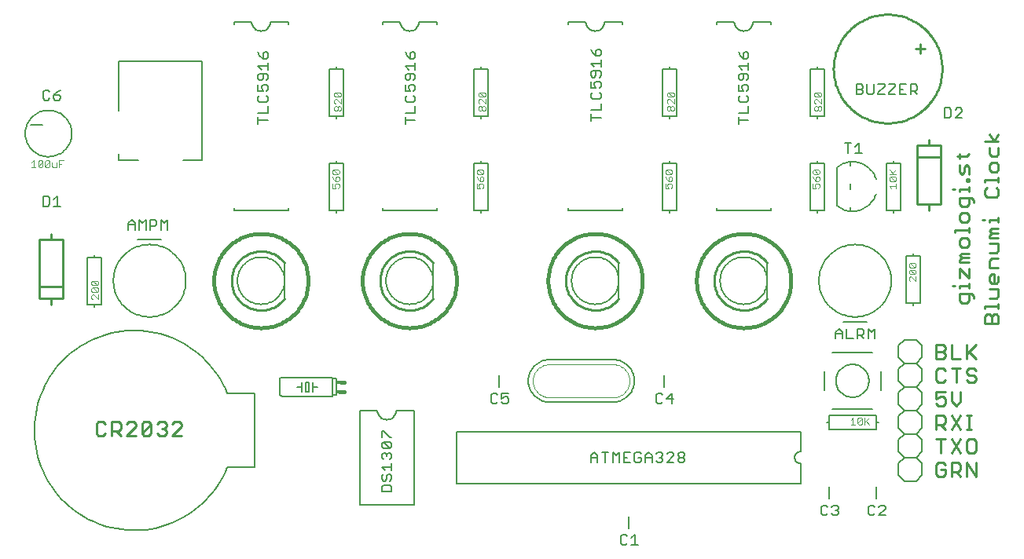
<source format=gto>
G75*
G70*
%OFA0B0*%
%FSLAX24Y24*%
%IPPOS*%
%LPD*%
%AMOC8*
5,1,8,0,0,1.08239X$1,22.5*
%
%ADD10C,0.0100*%
%ADD11C,0.0110*%
%ADD12C,0.0080*%
%ADD13C,0.0160*%
%ADD14C,0.0060*%
%ADD15C,0.0020*%
%ADD16C,0.0030*%
%ADD17R,0.0230X0.0160*%
%ADD18C,0.0050*%
D10*
X003050Y011150D02*
X003050Y011400D01*
X003550Y011400D01*
X003550Y011900D01*
X002550Y011900D01*
X002550Y011400D01*
X003050Y011400D01*
X002550Y011900D02*
X002550Y013900D01*
X003050Y013900D01*
X003050Y014150D01*
X003050Y013900D02*
X003550Y013900D01*
X003550Y011900D01*
X012967Y011400D02*
X012924Y011346D01*
X012878Y011294D01*
X012829Y011245D01*
X012777Y011198D01*
X012723Y011155D01*
X012667Y011114D01*
X012608Y011077D01*
X012548Y011043D01*
X012485Y011013D01*
X012422Y010986D01*
X012356Y010962D01*
X012290Y010942D01*
X012222Y010926D01*
X012154Y010914D01*
X012085Y010906D01*
X012016Y010901D01*
X011946Y010900D01*
X011877Y010903D01*
X011808Y010910D01*
X011740Y010921D01*
X011672Y010935D01*
X011605Y010954D01*
X011539Y010976D01*
X011474Y011001D01*
X011411Y011030D01*
X011350Y011063D01*
X011291Y011099D01*
X011234Y011138D01*
X011178Y011180D01*
X011126Y011225D01*
X011076Y011273D01*
X011029Y011324D01*
X010984Y011378D01*
X010943Y011433D01*
X010905Y011491D01*
X010870Y011551D01*
X010838Y011613D01*
X010810Y011676D01*
X010786Y011741D01*
X010765Y011807D01*
X010748Y011875D01*
X010734Y011943D01*
X010725Y012012D01*
X010719Y012081D01*
X010717Y012150D01*
X010719Y012219D01*
X010725Y012288D01*
X010734Y012357D01*
X010748Y012425D01*
X010765Y012493D01*
X010786Y012559D01*
X010810Y012624D01*
X010838Y012687D01*
X010870Y012749D01*
X010905Y012809D01*
X010943Y012867D01*
X010984Y012922D01*
X011029Y012976D01*
X011076Y013027D01*
X011126Y013075D01*
X011178Y013120D01*
X011234Y013162D01*
X011291Y013201D01*
X011350Y013237D01*
X011411Y013270D01*
X011474Y013299D01*
X011539Y013324D01*
X011605Y013346D01*
X011672Y013365D01*
X011740Y013379D01*
X011808Y013390D01*
X011877Y013397D01*
X011946Y013400D01*
X012016Y013399D01*
X012085Y013394D01*
X012154Y013386D01*
X012222Y013374D01*
X012290Y013358D01*
X012356Y013338D01*
X012422Y013314D01*
X012485Y013287D01*
X012548Y013257D01*
X012608Y013223D01*
X012667Y013186D01*
X012723Y013145D01*
X012777Y013102D01*
X012829Y013055D01*
X012878Y013006D01*
X012924Y012954D01*
X012967Y012900D01*
X019267Y012900D02*
X019224Y012954D01*
X019178Y013006D01*
X019129Y013055D01*
X019077Y013102D01*
X019023Y013145D01*
X018967Y013186D01*
X018908Y013223D01*
X018848Y013257D01*
X018785Y013287D01*
X018722Y013314D01*
X018656Y013338D01*
X018590Y013358D01*
X018522Y013374D01*
X018454Y013386D01*
X018385Y013394D01*
X018316Y013399D01*
X018246Y013400D01*
X018177Y013397D01*
X018108Y013390D01*
X018040Y013379D01*
X017972Y013365D01*
X017905Y013346D01*
X017839Y013324D01*
X017774Y013299D01*
X017711Y013270D01*
X017650Y013237D01*
X017591Y013201D01*
X017534Y013162D01*
X017478Y013120D01*
X017426Y013075D01*
X017376Y013027D01*
X017329Y012976D01*
X017284Y012922D01*
X017243Y012867D01*
X017205Y012809D01*
X017170Y012749D01*
X017138Y012687D01*
X017110Y012624D01*
X017086Y012559D01*
X017065Y012493D01*
X017048Y012425D01*
X017034Y012357D01*
X017025Y012288D01*
X017019Y012219D01*
X017017Y012150D01*
X017019Y012081D01*
X017025Y012012D01*
X017034Y011943D01*
X017048Y011875D01*
X017065Y011807D01*
X017086Y011741D01*
X017110Y011676D01*
X017138Y011613D01*
X017170Y011551D01*
X017205Y011491D01*
X017243Y011433D01*
X017284Y011378D01*
X017329Y011324D01*
X017376Y011273D01*
X017426Y011225D01*
X017478Y011180D01*
X017534Y011138D01*
X017591Y011099D01*
X017650Y011063D01*
X017711Y011030D01*
X017774Y011001D01*
X017839Y010976D01*
X017905Y010954D01*
X017972Y010935D01*
X018040Y010921D01*
X018108Y010910D01*
X018177Y010903D01*
X018246Y010900D01*
X018316Y010901D01*
X018385Y010906D01*
X018454Y010914D01*
X018522Y010926D01*
X018590Y010942D01*
X018656Y010962D01*
X018722Y010986D01*
X018785Y011013D01*
X018848Y011043D01*
X018908Y011077D01*
X018967Y011114D01*
X019023Y011155D01*
X019077Y011198D01*
X019129Y011245D01*
X019178Y011294D01*
X019224Y011346D01*
X019267Y011400D01*
X027141Y011400D02*
X027098Y011346D01*
X027052Y011294D01*
X027003Y011245D01*
X026951Y011198D01*
X026897Y011155D01*
X026841Y011114D01*
X026782Y011077D01*
X026722Y011043D01*
X026659Y011013D01*
X026596Y010986D01*
X026530Y010962D01*
X026464Y010942D01*
X026396Y010926D01*
X026328Y010914D01*
X026259Y010906D01*
X026190Y010901D01*
X026120Y010900D01*
X026051Y010903D01*
X025982Y010910D01*
X025914Y010921D01*
X025846Y010935D01*
X025779Y010954D01*
X025713Y010976D01*
X025648Y011001D01*
X025585Y011030D01*
X025524Y011063D01*
X025465Y011099D01*
X025408Y011138D01*
X025352Y011180D01*
X025300Y011225D01*
X025250Y011273D01*
X025203Y011324D01*
X025158Y011378D01*
X025117Y011433D01*
X025079Y011491D01*
X025044Y011551D01*
X025012Y011613D01*
X024984Y011676D01*
X024960Y011741D01*
X024939Y011807D01*
X024922Y011875D01*
X024908Y011943D01*
X024899Y012012D01*
X024893Y012081D01*
X024891Y012150D01*
X024893Y012219D01*
X024899Y012288D01*
X024908Y012357D01*
X024922Y012425D01*
X024939Y012493D01*
X024960Y012559D01*
X024984Y012624D01*
X025012Y012687D01*
X025044Y012749D01*
X025079Y012809D01*
X025117Y012867D01*
X025158Y012922D01*
X025203Y012976D01*
X025250Y013027D01*
X025300Y013075D01*
X025352Y013120D01*
X025408Y013162D01*
X025465Y013201D01*
X025524Y013237D01*
X025585Y013270D01*
X025648Y013299D01*
X025713Y013324D01*
X025779Y013346D01*
X025846Y013365D01*
X025914Y013379D01*
X025982Y013390D01*
X026051Y013397D01*
X026120Y013400D01*
X026190Y013399D01*
X026259Y013394D01*
X026328Y013386D01*
X026396Y013374D01*
X026464Y013358D01*
X026530Y013338D01*
X026596Y013314D01*
X026659Y013287D01*
X026722Y013257D01*
X026782Y013223D01*
X026841Y013186D01*
X026897Y013145D01*
X026951Y013102D01*
X027003Y013055D01*
X027052Y013006D01*
X027098Y012954D01*
X027141Y012900D01*
X033440Y012900D02*
X033397Y012954D01*
X033351Y013006D01*
X033302Y013055D01*
X033250Y013102D01*
X033196Y013145D01*
X033140Y013186D01*
X033081Y013223D01*
X033021Y013257D01*
X032958Y013287D01*
X032895Y013314D01*
X032829Y013338D01*
X032763Y013358D01*
X032695Y013374D01*
X032627Y013386D01*
X032558Y013394D01*
X032489Y013399D01*
X032419Y013400D01*
X032350Y013397D01*
X032281Y013390D01*
X032213Y013379D01*
X032145Y013365D01*
X032078Y013346D01*
X032012Y013324D01*
X031947Y013299D01*
X031884Y013270D01*
X031823Y013237D01*
X031764Y013201D01*
X031707Y013162D01*
X031651Y013120D01*
X031599Y013075D01*
X031549Y013027D01*
X031502Y012976D01*
X031457Y012922D01*
X031416Y012867D01*
X031378Y012809D01*
X031343Y012749D01*
X031311Y012687D01*
X031283Y012624D01*
X031259Y012559D01*
X031238Y012493D01*
X031221Y012425D01*
X031207Y012357D01*
X031198Y012288D01*
X031192Y012219D01*
X031190Y012150D01*
X031192Y012081D01*
X031198Y012012D01*
X031207Y011943D01*
X031221Y011875D01*
X031238Y011807D01*
X031259Y011741D01*
X031283Y011676D01*
X031311Y011613D01*
X031343Y011551D01*
X031378Y011491D01*
X031416Y011433D01*
X031457Y011378D01*
X031502Y011324D01*
X031549Y011273D01*
X031599Y011225D01*
X031651Y011180D01*
X031707Y011138D01*
X031764Y011099D01*
X031823Y011063D01*
X031884Y011030D01*
X031947Y011001D01*
X032012Y010976D01*
X032078Y010954D01*
X032145Y010935D01*
X032213Y010921D01*
X032281Y010910D01*
X032350Y010903D01*
X032419Y010900D01*
X032489Y010901D01*
X032558Y010906D01*
X032627Y010914D01*
X032695Y010926D01*
X032763Y010942D01*
X032829Y010962D01*
X032895Y010986D01*
X032958Y011013D01*
X033021Y011043D01*
X033081Y011077D01*
X033140Y011114D01*
X033196Y011155D01*
X033250Y011198D01*
X033302Y011245D01*
X033351Y011294D01*
X033397Y011346D01*
X033440Y011400D01*
X039800Y015400D02*
X040300Y015400D01*
X040300Y015150D01*
X040300Y015400D02*
X040800Y015400D01*
X040800Y017400D01*
X039800Y017400D01*
X039800Y015400D01*
X039800Y017400D02*
X039800Y017900D01*
X040300Y017900D01*
X040300Y018150D01*
X040300Y017900D02*
X040800Y017900D01*
X040800Y017400D01*
X036245Y021150D02*
X036248Y021263D01*
X036256Y021376D01*
X036270Y021488D01*
X036289Y021600D01*
X036314Y021710D01*
X036344Y021819D01*
X036380Y021927D01*
X036420Y022032D01*
X036466Y022136D01*
X036517Y022237D01*
X036573Y022335D01*
X036633Y022431D01*
X036699Y022523D01*
X036768Y022612D01*
X036842Y022698D01*
X036920Y022780D01*
X037002Y022858D01*
X037088Y022932D01*
X037177Y023001D01*
X037269Y023067D01*
X037365Y023127D01*
X037463Y023183D01*
X037564Y023234D01*
X037668Y023280D01*
X037773Y023320D01*
X037881Y023356D01*
X037990Y023386D01*
X038100Y023411D01*
X038212Y023430D01*
X038324Y023444D01*
X038437Y023452D01*
X038550Y023455D01*
X038663Y023452D01*
X038776Y023444D01*
X038888Y023430D01*
X039000Y023411D01*
X039110Y023386D01*
X039219Y023356D01*
X039327Y023320D01*
X039432Y023280D01*
X039536Y023234D01*
X039637Y023183D01*
X039735Y023127D01*
X039831Y023067D01*
X039923Y023001D01*
X040012Y022932D01*
X040098Y022858D01*
X040180Y022780D01*
X040258Y022698D01*
X040332Y022612D01*
X040401Y022523D01*
X040467Y022431D01*
X040527Y022335D01*
X040583Y022237D01*
X040634Y022136D01*
X040680Y022032D01*
X040720Y021927D01*
X040756Y021819D01*
X040786Y021710D01*
X040811Y021600D01*
X040830Y021488D01*
X040844Y021376D01*
X040852Y021263D01*
X040855Y021150D01*
X040852Y021037D01*
X040844Y020924D01*
X040830Y020812D01*
X040811Y020700D01*
X040786Y020590D01*
X040756Y020481D01*
X040720Y020373D01*
X040680Y020268D01*
X040634Y020164D01*
X040583Y020063D01*
X040527Y019965D01*
X040467Y019869D01*
X040401Y019777D01*
X040332Y019688D01*
X040258Y019602D01*
X040180Y019520D01*
X040098Y019442D01*
X040012Y019368D01*
X039923Y019299D01*
X039831Y019233D01*
X039735Y019173D01*
X039637Y019117D01*
X039536Y019066D01*
X039432Y019020D01*
X039327Y018980D01*
X039219Y018944D01*
X039110Y018914D01*
X039000Y018889D01*
X038888Y018870D01*
X038776Y018856D01*
X038663Y018848D01*
X038550Y018845D01*
X038437Y018848D01*
X038324Y018856D01*
X038212Y018870D01*
X038100Y018889D01*
X037990Y018914D01*
X037881Y018944D01*
X037773Y018980D01*
X037668Y019020D01*
X037564Y019066D01*
X037463Y019117D01*
X037365Y019173D01*
X037269Y019233D01*
X037177Y019299D01*
X037088Y019368D01*
X037002Y019442D01*
X036920Y019520D01*
X036842Y019602D01*
X036768Y019688D01*
X036699Y019777D01*
X036633Y019869D01*
X036573Y019965D01*
X036517Y020063D01*
X036466Y020164D01*
X036420Y020268D01*
X036380Y020373D01*
X036344Y020481D01*
X036314Y020590D01*
X036289Y020700D01*
X036270Y020812D01*
X036256Y020924D01*
X036248Y021037D01*
X036245Y021150D01*
D11*
X005275Y005580D02*
X005078Y005580D01*
X004980Y005678D01*
X004980Y006072D01*
X005078Y006171D01*
X005275Y006171D01*
X005374Y006072D01*
X005625Y006171D02*
X005920Y006171D01*
X006018Y006072D01*
X006018Y005875D01*
X005920Y005777D01*
X005625Y005777D01*
X005821Y005777D02*
X006018Y005580D01*
X006269Y005580D02*
X006663Y005974D01*
X006663Y006072D01*
X006564Y006171D01*
X006368Y006171D01*
X006269Y006072D01*
X006914Y006072D02*
X007012Y006171D01*
X007209Y006171D01*
X007307Y006072D01*
X006914Y005678D01*
X007012Y005580D01*
X007209Y005580D01*
X007307Y005678D01*
X007307Y006072D01*
X007558Y006072D02*
X007657Y006171D01*
X007853Y006171D01*
X007952Y006072D01*
X007952Y005974D01*
X007853Y005875D01*
X007952Y005777D01*
X007952Y005678D01*
X007853Y005580D01*
X007657Y005580D01*
X007558Y005678D01*
X007755Y005875D02*
X007853Y005875D01*
X008203Y006072D02*
X008301Y006171D01*
X008498Y006171D01*
X008596Y006072D01*
X008596Y005974D01*
X008203Y005580D01*
X008596Y005580D01*
X006914Y005678D02*
X006914Y006072D01*
X006663Y005580D02*
X006269Y005580D01*
X005625Y005580D02*
X005625Y006171D01*
X005374Y005678D02*
X005275Y005580D01*
X039730Y022000D02*
X040124Y022000D01*
X039927Y022197D02*
X039927Y021803D01*
X042851Y018360D02*
X043048Y018065D01*
X043245Y018360D01*
X043245Y018065D02*
X042654Y018065D01*
X042851Y017814D02*
X042851Y017518D01*
X042950Y017420D01*
X043147Y017420D01*
X043245Y017518D01*
X043245Y017814D01*
X043147Y017169D02*
X042950Y017169D01*
X042851Y017071D01*
X042851Y016874D01*
X042950Y016775D01*
X043147Y016775D01*
X043245Y016874D01*
X043245Y017071D01*
X043147Y017169D01*
X043245Y016543D02*
X043245Y016346D01*
X043245Y016444D02*
X042654Y016444D01*
X042654Y016346D01*
X042753Y016095D02*
X042654Y015996D01*
X042654Y015800D01*
X042753Y015701D01*
X043147Y015701D01*
X043245Y015800D01*
X043245Y015996D01*
X043147Y016095D01*
X042192Y015582D02*
X042093Y015681D01*
X041601Y015681D01*
X041601Y015386D01*
X041700Y015287D01*
X041897Y015287D01*
X041995Y015386D01*
X041995Y015681D01*
X042192Y015582D02*
X042192Y015484D01*
X041995Y015932D02*
X041995Y016129D01*
X041995Y016030D02*
X041601Y016030D01*
X041601Y015932D01*
X041404Y016030D02*
X041306Y016030D01*
X041897Y016361D02*
X041897Y016460D01*
X041995Y016460D01*
X041995Y016361D01*
X041897Y016361D01*
X041995Y016684D02*
X041995Y016979D01*
X041897Y017077D01*
X041798Y016979D01*
X041798Y016782D01*
X041700Y016684D01*
X041601Y016782D01*
X041601Y017077D01*
X041601Y017328D02*
X041601Y017525D01*
X041503Y017427D02*
X041897Y017427D01*
X041995Y017525D01*
X041897Y015036D02*
X041700Y015036D01*
X041601Y014938D01*
X041601Y014741D01*
X041700Y014643D01*
X041897Y014643D01*
X041995Y014741D01*
X041995Y014938D01*
X041897Y015036D01*
X042556Y014725D02*
X042654Y014725D01*
X042851Y014725D02*
X042851Y014627D01*
X042851Y014725D02*
X043245Y014725D01*
X043245Y014627D02*
X043245Y014824D01*
X043245Y014376D02*
X042950Y014376D01*
X042851Y014278D01*
X042950Y014179D01*
X043245Y014179D01*
X043245Y013982D02*
X042851Y013982D01*
X042851Y014081D01*
X042950Y014179D01*
X042851Y013732D02*
X043245Y013732D01*
X043245Y013436D01*
X043147Y013338D01*
X042851Y013338D01*
X042950Y013087D02*
X043245Y013087D01*
X042950Y013087D02*
X042851Y012989D01*
X042851Y012693D01*
X043245Y012693D01*
X043048Y012442D02*
X043048Y012049D01*
X042950Y012049D02*
X042851Y012147D01*
X042851Y012344D01*
X042950Y012442D01*
X043048Y012442D01*
X043245Y012344D02*
X043245Y012147D01*
X043147Y012049D01*
X042950Y012049D01*
X042851Y011798D02*
X043245Y011798D01*
X043245Y011503D01*
X043147Y011404D01*
X042851Y011404D01*
X043245Y011171D02*
X043245Y010975D01*
X043245Y011073D02*
X042654Y011073D01*
X042654Y010975D01*
X042753Y010724D02*
X042654Y010625D01*
X042654Y010330D01*
X043245Y010330D01*
X043245Y010625D01*
X043147Y010724D01*
X043048Y010724D01*
X042950Y010625D01*
X042950Y010330D01*
X042950Y010625D02*
X042851Y010724D01*
X042753Y010724D01*
X041995Y011303D02*
X041995Y011599D01*
X042093Y011599D02*
X041601Y011599D01*
X041601Y011303D01*
X041700Y011205D01*
X041897Y011205D01*
X041995Y011303D01*
X042192Y011402D02*
X042192Y011500D01*
X042093Y011599D01*
X041995Y011850D02*
X041995Y012046D01*
X041995Y011948D02*
X041601Y011948D01*
X041601Y011850D01*
X041404Y011948D02*
X041306Y011948D01*
X041601Y012279D02*
X041601Y012673D01*
X041995Y012279D01*
X041995Y012673D01*
X041995Y012924D02*
X041601Y012924D01*
X041601Y013022D01*
X041700Y013121D01*
X041601Y013219D01*
X041700Y013317D01*
X041995Y013317D01*
X041995Y013121D02*
X041700Y013121D01*
X041700Y013568D02*
X041897Y013568D01*
X041995Y013667D01*
X041995Y013864D01*
X041897Y013962D01*
X041700Y013962D01*
X041601Y013864D01*
X041601Y013667D01*
X041700Y013568D01*
X041995Y014213D02*
X041995Y014410D01*
X041995Y014311D02*
X041404Y014311D01*
X041404Y014213D01*
X041250Y009421D02*
X041250Y008830D01*
X041643Y008830D01*
X041894Y008830D02*
X041894Y009421D01*
X041894Y009027D02*
X042288Y009421D01*
X041993Y009125D02*
X042288Y008830D01*
X042189Y008421D02*
X041993Y008421D01*
X041894Y008322D01*
X041894Y008224D01*
X041993Y008125D01*
X042189Y008125D01*
X042288Y008027D01*
X042288Y007928D01*
X042189Y007830D01*
X041993Y007830D01*
X041894Y007928D01*
X041446Y007830D02*
X041446Y008421D01*
X041250Y008421D02*
X041643Y008421D01*
X042189Y008421D02*
X042288Y008322D01*
X040999Y008322D02*
X040900Y008421D01*
X040703Y008421D01*
X040605Y008322D01*
X040605Y007928D01*
X040703Y007830D01*
X040900Y007830D01*
X040999Y007928D01*
X040999Y007421D02*
X040605Y007421D01*
X040605Y007125D01*
X040802Y007224D01*
X040900Y007224D01*
X040999Y007125D01*
X040999Y006928D01*
X040900Y006830D01*
X040703Y006830D01*
X040605Y006928D01*
X041250Y007027D02*
X041446Y006830D01*
X041643Y007027D01*
X041643Y007421D01*
X041250Y007421D02*
X041250Y007027D01*
X041250Y006421D02*
X041643Y005830D01*
X041894Y005830D02*
X042091Y005830D01*
X041993Y005830D02*
X041993Y006421D01*
X042091Y006421D02*
X041894Y006421D01*
X041643Y006421D02*
X041250Y005830D01*
X040999Y005830D02*
X040802Y006027D01*
X040900Y006027D02*
X040605Y006027D01*
X040605Y005830D02*
X040605Y006421D01*
X040900Y006421D01*
X040999Y006322D01*
X040999Y006125D01*
X040900Y006027D01*
X040802Y005421D02*
X040802Y004830D01*
X041250Y004830D02*
X041643Y005421D01*
X041894Y005322D02*
X041894Y004928D01*
X041993Y004830D01*
X042189Y004830D01*
X042288Y004928D01*
X042288Y005322D01*
X042189Y005421D01*
X041993Y005421D01*
X041894Y005322D01*
X041643Y004830D02*
X041250Y005421D01*
X040999Y005421D02*
X040605Y005421D01*
X040703Y004421D02*
X040605Y004322D01*
X040605Y003928D01*
X040703Y003830D01*
X040900Y003830D01*
X040999Y003928D01*
X040999Y004125D01*
X040802Y004125D01*
X040999Y004322D02*
X040900Y004421D01*
X040703Y004421D01*
X041250Y004421D02*
X041545Y004421D01*
X041643Y004322D01*
X041643Y004125D01*
X041545Y004027D01*
X041250Y004027D01*
X041446Y004027D02*
X041643Y003830D01*
X041894Y003830D02*
X041894Y004421D01*
X042288Y003830D01*
X042288Y004421D01*
X041250Y004421D02*
X041250Y003830D01*
X040900Y008830D02*
X040605Y008830D01*
X040605Y009421D01*
X040900Y009421D01*
X040999Y009322D01*
X040999Y009224D01*
X040900Y009125D01*
X040605Y009125D01*
X040900Y009125D02*
X040999Y009027D01*
X040999Y008928D01*
X040900Y008830D01*
D12*
X040000Y008900D02*
X040000Y009400D01*
X039750Y009650D01*
X039250Y009650D01*
X039000Y009400D01*
X039000Y008900D01*
X039250Y008650D01*
X039750Y008650D01*
X040000Y008400D01*
X040000Y007900D01*
X039750Y007650D01*
X039250Y007650D01*
X039000Y007900D01*
X039000Y008400D01*
X039250Y008650D01*
X039750Y008650D02*
X040000Y008900D01*
X038250Y008293D02*
X038250Y007500D01*
X039000Y007400D02*
X039250Y007650D01*
X039000Y007400D02*
X039000Y006900D01*
X039250Y006650D01*
X039750Y006650D01*
X040000Y006400D01*
X040000Y005900D01*
X039750Y005650D01*
X039250Y005650D01*
X039000Y005900D01*
X039000Y006400D01*
X039250Y006650D01*
X039750Y006650D02*
X040000Y006900D01*
X040000Y007400D01*
X039750Y007650D01*
X037900Y006700D02*
X036200Y006700D01*
X036050Y006450D02*
X038050Y006450D01*
X038050Y006150D01*
X038150Y006150D01*
X038050Y006150D02*
X038050Y005850D01*
X036050Y005850D01*
X036050Y006150D01*
X035950Y006150D01*
X036050Y006150D02*
X036050Y006450D01*
X035850Y007500D02*
X035850Y008305D01*
X036200Y009100D02*
X037900Y009100D01*
X038001Y009690D02*
X038001Y010110D01*
X037861Y009970D01*
X037721Y010110D01*
X037721Y009690D01*
X037541Y009690D02*
X037401Y009830D01*
X037471Y009830D02*
X037261Y009830D01*
X037261Y009690D02*
X037261Y010110D01*
X037471Y010110D01*
X037541Y010040D01*
X037541Y009900D01*
X037471Y009830D01*
X037081Y009690D02*
X036800Y009690D01*
X036800Y010110D01*
X036620Y009970D02*
X036620Y009690D01*
X036620Y009900D02*
X036340Y009900D01*
X036340Y009970D02*
X036480Y010110D01*
X036620Y009970D01*
X036340Y009970D02*
X036340Y009690D01*
X039333Y011193D02*
X039333Y013193D01*
X039633Y013193D01*
X039633Y013293D01*
X039633Y013193D02*
X039933Y013193D01*
X039933Y011193D01*
X039633Y011193D01*
X039633Y011093D01*
X039633Y011193D02*
X039333Y011193D01*
X036350Y007900D02*
X036352Y007952D01*
X036358Y008004D01*
X036368Y008056D01*
X036381Y008106D01*
X036398Y008156D01*
X036419Y008204D01*
X036444Y008250D01*
X036472Y008294D01*
X036503Y008336D01*
X036537Y008376D01*
X036574Y008413D01*
X036614Y008447D01*
X036656Y008478D01*
X036700Y008506D01*
X036746Y008531D01*
X036794Y008552D01*
X036844Y008569D01*
X036894Y008582D01*
X036946Y008592D01*
X036998Y008598D01*
X037050Y008600D01*
X037102Y008598D01*
X037154Y008592D01*
X037206Y008582D01*
X037256Y008569D01*
X037306Y008552D01*
X037354Y008531D01*
X037400Y008506D01*
X037444Y008478D01*
X037486Y008447D01*
X037526Y008413D01*
X037563Y008376D01*
X037597Y008336D01*
X037628Y008294D01*
X037656Y008250D01*
X037681Y008204D01*
X037702Y008156D01*
X037719Y008106D01*
X037732Y008056D01*
X037742Y008004D01*
X037748Y007952D01*
X037750Y007900D01*
X037748Y007848D01*
X037742Y007796D01*
X037732Y007744D01*
X037719Y007694D01*
X037702Y007644D01*
X037681Y007596D01*
X037656Y007550D01*
X037628Y007506D01*
X037597Y007464D01*
X037563Y007424D01*
X037526Y007387D01*
X037486Y007353D01*
X037444Y007322D01*
X037400Y007294D01*
X037354Y007269D01*
X037306Y007248D01*
X037256Y007231D01*
X037206Y007218D01*
X037154Y007208D01*
X037102Y007202D01*
X037050Y007200D01*
X036998Y007202D01*
X036946Y007208D01*
X036894Y007218D01*
X036844Y007231D01*
X036794Y007248D01*
X036746Y007269D01*
X036700Y007294D01*
X036656Y007322D01*
X036614Y007353D01*
X036574Y007387D01*
X036537Y007424D01*
X036503Y007464D01*
X036472Y007506D01*
X036444Y007550D01*
X036419Y007596D01*
X036398Y007644D01*
X036381Y007694D01*
X036368Y007744D01*
X036358Y007796D01*
X036352Y007848D01*
X036350Y007900D01*
X039000Y005400D02*
X039250Y005650D01*
X039000Y005400D02*
X039000Y004900D01*
X039250Y004650D01*
X039750Y004650D01*
X040000Y004400D01*
X040000Y003900D01*
X039750Y003650D01*
X039250Y003650D01*
X039000Y003900D01*
X039000Y004400D01*
X039250Y004650D01*
X039750Y004650D02*
X040000Y004900D01*
X040000Y005400D01*
X039750Y005650D01*
X038050Y003400D02*
X038050Y002900D01*
X037925Y002610D02*
X037785Y002610D01*
X037715Y002540D01*
X037715Y002260D01*
X037785Y002190D01*
X037925Y002190D01*
X037995Y002260D01*
X038175Y002190D02*
X038456Y002470D01*
X038456Y002540D01*
X038386Y002610D01*
X038245Y002610D01*
X038175Y002540D01*
X037995Y002540D02*
X037925Y002610D01*
X038175Y002190D02*
X038456Y002190D01*
X036456Y002260D02*
X036386Y002190D01*
X036245Y002190D01*
X036175Y002260D01*
X035995Y002260D02*
X035925Y002190D01*
X035785Y002190D01*
X035715Y002260D01*
X035715Y002540D01*
X035785Y002610D01*
X035925Y002610D01*
X035995Y002540D01*
X036175Y002540D02*
X036245Y002610D01*
X036386Y002610D01*
X036456Y002540D01*
X036456Y002470D01*
X036386Y002400D01*
X036456Y002330D01*
X036456Y002260D01*
X036386Y002400D02*
X036316Y002400D01*
X036050Y002900D02*
X036050Y003400D01*
X029928Y004510D02*
X029858Y004440D01*
X029718Y004440D01*
X029648Y004510D01*
X029648Y004580D01*
X029718Y004650D01*
X029858Y004650D01*
X029928Y004580D01*
X029928Y004510D01*
X029858Y004650D02*
X029928Y004720D01*
X029928Y004790D01*
X029858Y004860D01*
X029718Y004860D01*
X029648Y004790D01*
X029648Y004720D01*
X029718Y004650D01*
X029468Y004720D02*
X029188Y004440D01*
X029468Y004440D01*
X029468Y004720D02*
X029468Y004790D01*
X029398Y004860D01*
X029258Y004860D01*
X029188Y004790D01*
X029008Y004790D02*
X028938Y004860D01*
X028797Y004860D01*
X028727Y004790D01*
X028547Y004720D02*
X028547Y004440D01*
X028727Y004510D02*
X028797Y004440D01*
X028938Y004440D01*
X029008Y004510D01*
X029008Y004580D01*
X028938Y004650D01*
X028867Y004650D01*
X028938Y004650D02*
X029008Y004720D01*
X029008Y004790D01*
X028547Y004720D02*
X028407Y004860D01*
X028267Y004720D01*
X028267Y004440D01*
X028087Y004510D02*
X028087Y004650D01*
X027947Y004650D01*
X028087Y004510D02*
X028017Y004440D01*
X027877Y004440D01*
X027807Y004510D01*
X027807Y004790D01*
X027877Y004860D01*
X028017Y004860D01*
X028087Y004790D01*
X028267Y004650D02*
X028547Y004650D01*
X027626Y004440D02*
X027346Y004440D01*
X027346Y004860D01*
X027626Y004860D01*
X027486Y004650D02*
X027346Y004650D01*
X027166Y004860D02*
X027166Y004440D01*
X026886Y004440D02*
X026886Y004860D01*
X027026Y004720D01*
X027166Y004860D01*
X026706Y004860D02*
X026425Y004860D01*
X026566Y004860D02*
X026566Y004440D01*
X026245Y004440D02*
X026245Y004720D01*
X026105Y004860D01*
X025965Y004720D01*
X025965Y004440D01*
X025965Y004650D02*
X026245Y004650D01*
X028715Y007010D02*
X028785Y006940D01*
X028925Y006940D01*
X028995Y007010D01*
X029175Y007150D02*
X029386Y007360D01*
X029386Y006940D01*
X029456Y007150D02*
X029175Y007150D01*
X028995Y007290D02*
X028925Y007360D01*
X028785Y007360D01*
X028715Y007290D01*
X028715Y007010D01*
X029050Y007650D02*
X029050Y008150D01*
X027141Y011400D02*
X027141Y012900D01*
X027291Y015150D02*
X024991Y015150D01*
X024991Y015250D01*
X027291Y015250D02*
X027291Y015150D01*
X029000Y015150D02*
X029000Y017150D01*
X029300Y017150D01*
X029300Y017250D01*
X029300Y017150D02*
X029600Y017150D01*
X029600Y015150D01*
X029300Y015150D01*
X029300Y015050D01*
X029300Y015150D02*
X029000Y015150D01*
X031290Y015150D02*
X031290Y015250D01*
X031290Y015150D02*
X033590Y015150D01*
X033590Y015250D01*
X035250Y015150D02*
X035250Y017150D01*
X035550Y017150D01*
X035550Y017250D01*
X035550Y017150D02*
X035850Y017150D01*
X035850Y015150D01*
X035550Y015150D01*
X035550Y015050D01*
X035550Y015150D02*
X035250Y015150D01*
X038500Y015150D02*
X038500Y017150D01*
X038800Y017150D01*
X038800Y017250D01*
X038800Y017150D02*
X039100Y017150D01*
X039100Y015150D01*
X038800Y015150D01*
X038800Y015050D01*
X038800Y015150D02*
X038500Y015150D01*
X037456Y017565D02*
X037175Y017565D01*
X037316Y017565D02*
X037316Y017985D01*
X037175Y017845D01*
X036995Y017985D02*
X036715Y017985D01*
X036855Y017985D02*
X036855Y017565D01*
X035550Y019050D02*
X035550Y019150D01*
X035250Y019150D01*
X035250Y021150D01*
X035550Y021150D01*
X035550Y021250D01*
X035550Y021150D02*
X035850Y021150D01*
X035850Y019150D01*
X035550Y019150D01*
X037215Y020065D02*
X037425Y020065D01*
X037495Y020135D01*
X037495Y020205D01*
X037425Y020275D01*
X037215Y020275D01*
X037215Y020065D02*
X037215Y020485D01*
X037425Y020485D01*
X037495Y020415D01*
X037495Y020345D01*
X037425Y020275D01*
X037675Y020135D02*
X037675Y020485D01*
X037956Y020485D02*
X037956Y020135D01*
X037886Y020065D01*
X037745Y020065D01*
X037675Y020135D01*
X038136Y020135D02*
X038136Y020065D01*
X038416Y020065D01*
X038596Y020065D02*
X038876Y020065D01*
X039057Y020065D02*
X039337Y020065D01*
X039517Y020065D02*
X039517Y020485D01*
X039727Y020485D01*
X039797Y020415D01*
X039797Y020275D01*
X039727Y020205D01*
X039517Y020205D01*
X039657Y020205D02*
X039797Y020065D01*
X039337Y020485D02*
X039057Y020485D01*
X039057Y020065D01*
X039057Y020275D02*
X039197Y020275D01*
X038876Y020415D02*
X038596Y020135D01*
X038596Y020065D01*
X038416Y020415D02*
X038136Y020135D01*
X038136Y020485D02*
X038416Y020485D01*
X038416Y020415D01*
X038596Y020485D02*
X038876Y020485D01*
X038876Y020415D01*
X040965Y019485D02*
X040965Y019065D01*
X041175Y019065D01*
X041245Y019135D01*
X041245Y019415D01*
X041175Y019485D01*
X040965Y019485D01*
X041425Y019415D02*
X041495Y019485D01*
X041636Y019485D01*
X041706Y019415D01*
X041706Y019345D01*
X041425Y019065D01*
X041706Y019065D01*
X033590Y023050D02*
X033590Y023150D01*
X032840Y023150D01*
X032838Y023111D01*
X032832Y023072D01*
X032823Y023034D01*
X032810Y022997D01*
X032793Y022961D01*
X032773Y022928D01*
X032749Y022896D01*
X032723Y022867D01*
X032694Y022841D01*
X032662Y022817D01*
X032629Y022797D01*
X032593Y022780D01*
X032556Y022767D01*
X032518Y022758D01*
X032479Y022752D01*
X032440Y022750D01*
X032401Y022752D01*
X032362Y022758D01*
X032324Y022767D01*
X032287Y022780D01*
X032251Y022797D01*
X032218Y022817D01*
X032186Y022841D01*
X032157Y022867D01*
X032131Y022896D01*
X032107Y022928D01*
X032087Y022961D01*
X032070Y022997D01*
X032057Y023034D01*
X032048Y023072D01*
X032042Y023111D01*
X032040Y023150D01*
X031290Y023150D01*
X031290Y023050D01*
X032215Y021858D02*
X032285Y021717D01*
X032425Y021577D01*
X032425Y021788D01*
X032495Y021858D01*
X032565Y021858D01*
X032635Y021788D01*
X032635Y021647D01*
X032565Y021577D01*
X032425Y021577D01*
X032635Y021397D02*
X032635Y021117D01*
X032635Y021257D02*
X032215Y021257D01*
X032355Y021117D01*
X032425Y020937D02*
X032425Y020727D01*
X032355Y020657D01*
X032285Y020657D01*
X032215Y020727D01*
X032215Y020867D01*
X032285Y020937D01*
X032565Y020937D01*
X032635Y020867D01*
X032635Y020727D01*
X032565Y020657D01*
X032565Y020476D02*
X032635Y020406D01*
X032635Y020266D01*
X032565Y020196D01*
X032425Y020196D02*
X032355Y020336D01*
X032355Y020406D01*
X032425Y020476D01*
X032565Y020476D01*
X032425Y020196D02*
X032215Y020196D01*
X032215Y020476D01*
X032285Y020016D02*
X032215Y019946D01*
X032215Y019806D01*
X032285Y019736D01*
X032565Y019736D01*
X032635Y019806D01*
X032635Y019946D01*
X032565Y020016D01*
X032635Y019556D02*
X032635Y019275D01*
X032215Y019275D01*
X032215Y019095D02*
X032215Y018815D01*
X032215Y018955D02*
X032635Y018955D01*
X029600Y019150D02*
X029300Y019150D01*
X029300Y019050D01*
X029300Y019150D02*
X029000Y019150D01*
X029000Y021150D01*
X029300Y021150D01*
X029300Y021250D01*
X029300Y021150D02*
X029600Y021150D01*
X029600Y019150D01*
X026385Y019080D02*
X025965Y019080D01*
X025965Y018940D02*
X025965Y019220D01*
X025965Y019400D02*
X026385Y019400D01*
X026385Y019681D01*
X026315Y019861D02*
X026385Y019931D01*
X026385Y020071D01*
X026315Y020141D01*
X026315Y020321D02*
X026385Y020391D01*
X026385Y020531D01*
X026315Y020601D01*
X026175Y020601D01*
X026105Y020531D01*
X026105Y020461D01*
X026175Y020321D01*
X025965Y020321D01*
X025965Y020601D01*
X026035Y020782D02*
X026105Y020782D01*
X026175Y020852D01*
X026175Y021062D01*
X026315Y021062D02*
X026035Y021062D01*
X025965Y020992D01*
X025965Y020852D01*
X026035Y020782D01*
X026315Y020782D02*
X026385Y020852D01*
X026385Y020992D01*
X026315Y021062D01*
X026385Y021242D02*
X026385Y021522D01*
X026385Y021382D02*
X025965Y021382D01*
X026105Y021242D01*
X026175Y021702D02*
X026175Y021913D01*
X026245Y021983D01*
X026315Y021983D01*
X026385Y021913D01*
X026385Y021772D01*
X026315Y021702D01*
X026175Y021702D01*
X026035Y021842D01*
X025965Y021983D01*
X025741Y023150D02*
X025743Y023111D01*
X025749Y023072D01*
X025758Y023034D01*
X025771Y022997D01*
X025788Y022961D01*
X025808Y022928D01*
X025832Y022896D01*
X025858Y022867D01*
X025887Y022841D01*
X025919Y022817D01*
X025952Y022797D01*
X025988Y022780D01*
X026025Y022767D01*
X026063Y022758D01*
X026102Y022752D01*
X026141Y022750D01*
X026180Y022752D01*
X026219Y022758D01*
X026257Y022767D01*
X026294Y022780D01*
X026330Y022797D01*
X026363Y022817D01*
X026395Y022841D01*
X026424Y022867D01*
X026450Y022896D01*
X026474Y022928D01*
X026494Y022961D01*
X026511Y022997D01*
X026524Y023034D01*
X026533Y023072D01*
X026539Y023111D01*
X026541Y023150D01*
X027291Y023150D01*
X027291Y023050D01*
X025741Y023150D02*
X024991Y023150D01*
X024991Y023050D01*
X021600Y021150D02*
X021300Y021150D01*
X021300Y021250D01*
X021300Y021150D02*
X021000Y021150D01*
X021000Y019150D01*
X021300Y019150D01*
X021300Y019050D01*
X021300Y019150D02*
X021600Y019150D01*
X021600Y021150D01*
X018510Y021117D02*
X018510Y021397D01*
X018510Y021257D02*
X018090Y021257D01*
X018230Y021117D01*
X018300Y020937D02*
X018300Y020727D01*
X018230Y020657D01*
X018160Y020657D01*
X018090Y020727D01*
X018090Y020867D01*
X018160Y020937D01*
X018440Y020937D01*
X018510Y020867D01*
X018510Y020727D01*
X018440Y020657D01*
X018440Y020476D02*
X018510Y020406D01*
X018510Y020266D01*
X018440Y020196D01*
X018300Y020196D02*
X018230Y020336D01*
X018230Y020406D01*
X018300Y020476D01*
X018440Y020476D01*
X018300Y020196D02*
X018090Y020196D01*
X018090Y020476D01*
X018160Y020016D02*
X018090Y019946D01*
X018090Y019806D01*
X018160Y019736D01*
X018440Y019736D01*
X018510Y019806D01*
X018510Y019946D01*
X018440Y020016D01*
X018510Y019556D02*
X018510Y019275D01*
X018090Y019275D01*
X018090Y019095D02*
X018090Y018815D01*
X018090Y018955D02*
X018510Y018955D01*
X015475Y019150D02*
X015175Y019150D01*
X015175Y019050D01*
X015175Y019150D02*
X014875Y019150D01*
X014875Y021150D01*
X015175Y021150D01*
X015175Y021250D01*
X015175Y021150D02*
X015475Y021150D01*
X015475Y019150D01*
X015175Y017250D02*
X015175Y017150D01*
X015475Y017150D01*
X015475Y015150D01*
X015175Y015150D01*
X015175Y015050D01*
X015175Y015150D02*
X014875Y015150D01*
X014875Y017150D01*
X015175Y017150D01*
X012260Y018955D02*
X011840Y018955D01*
X011840Y018815D02*
X011840Y019095D01*
X011840Y019275D02*
X012260Y019275D01*
X012260Y019556D01*
X012190Y019736D02*
X012260Y019806D01*
X012260Y019946D01*
X012190Y020016D01*
X012190Y020196D02*
X012260Y020266D01*
X012260Y020406D01*
X012190Y020476D01*
X012050Y020476D01*
X011980Y020406D01*
X011980Y020336D01*
X012050Y020196D01*
X011840Y020196D01*
X011840Y020476D01*
X011910Y020657D02*
X011840Y020727D01*
X011840Y020867D01*
X011910Y020937D01*
X012190Y020937D01*
X012260Y020867D01*
X012260Y020727D01*
X012190Y020657D01*
X012050Y020727D02*
X012050Y020937D01*
X011980Y021117D02*
X011840Y021257D01*
X012260Y021257D01*
X012260Y021117D02*
X012260Y021397D01*
X012190Y021577D02*
X012260Y021647D01*
X012260Y021788D01*
X012190Y021858D01*
X012120Y021858D01*
X012050Y021788D01*
X012050Y021577D01*
X012190Y021577D01*
X012050Y021577D02*
X011910Y021717D01*
X011840Y021858D01*
X012050Y020727D02*
X011980Y020657D01*
X011910Y020657D01*
X011910Y020016D02*
X011840Y019946D01*
X011840Y019806D01*
X011910Y019736D01*
X012190Y019736D01*
X009475Y021469D02*
X005932Y021469D01*
X005932Y019382D01*
X003456Y019885D02*
X003456Y019955D01*
X003386Y020025D01*
X003175Y020025D01*
X003175Y019885D01*
X003245Y019815D01*
X003386Y019815D01*
X003456Y019885D01*
X003316Y020165D02*
X003175Y020025D01*
X003316Y020165D02*
X003456Y020235D01*
X002995Y020165D02*
X002925Y020235D01*
X002785Y020235D01*
X002715Y020165D01*
X002715Y019885D01*
X002785Y019815D01*
X002925Y019815D01*
X002995Y019885D01*
X002700Y018762D02*
X002200Y018762D01*
X001970Y018400D02*
X001972Y018462D01*
X001978Y018525D01*
X001988Y018586D01*
X002002Y018647D01*
X002019Y018707D01*
X002040Y018766D01*
X002066Y018823D01*
X002094Y018878D01*
X002126Y018932D01*
X002162Y018983D01*
X002200Y019033D01*
X002242Y019079D01*
X002286Y019123D01*
X002334Y019164D01*
X002383Y019202D01*
X002435Y019236D01*
X002489Y019267D01*
X002545Y019295D01*
X002603Y019319D01*
X002662Y019340D01*
X002722Y019356D01*
X002783Y019369D01*
X002845Y019378D01*
X002907Y019383D01*
X002970Y019384D01*
X003032Y019381D01*
X003094Y019374D01*
X003156Y019363D01*
X003216Y019348D01*
X003276Y019330D01*
X003334Y019308D01*
X003391Y019282D01*
X003446Y019252D01*
X003499Y019219D01*
X003550Y019183D01*
X003598Y019144D01*
X003644Y019101D01*
X003687Y019056D01*
X003727Y019008D01*
X003764Y018958D01*
X003798Y018905D01*
X003829Y018851D01*
X003855Y018795D01*
X003879Y018737D01*
X003898Y018677D01*
X003914Y018617D01*
X003926Y018555D01*
X003934Y018494D01*
X003938Y018431D01*
X003938Y018369D01*
X003934Y018306D01*
X003926Y018245D01*
X003914Y018183D01*
X003898Y018123D01*
X003879Y018063D01*
X003855Y018005D01*
X003829Y017949D01*
X003798Y017895D01*
X003764Y017842D01*
X003727Y017792D01*
X003687Y017744D01*
X003644Y017699D01*
X003598Y017656D01*
X003550Y017617D01*
X003499Y017581D01*
X003446Y017548D01*
X003391Y017518D01*
X003334Y017492D01*
X003276Y017470D01*
X003216Y017452D01*
X003156Y017437D01*
X003094Y017426D01*
X003032Y017419D01*
X002970Y017416D01*
X002907Y017417D01*
X002845Y017422D01*
X002783Y017431D01*
X002722Y017444D01*
X002662Y017460D01*
X002603Y017481D01*
X002545Y017505D01*
X002489Y017533D01*
X002435Y017564D01*
X002383Y017598D01*
X002334Y017636D01*
X002286Y017677D01*
X002242Y017721D01*
X002200Y017767D01*
X002162Y017817D01*
X002126Y017868D01*
X002094Y017922D01*
X002066Y017977D01*
X002040Y018034D01*
X002019Y018093D01*
X002002Y018153D01*
X001988Y018214D01*
X001978Y018275D01*
X001972Y018338D01*
X001970Y018400D01*
X005932Y017532D02*
X005932Y017256D01*
X006759Y017256D01*
X008648Y017256D02*
X009475Y017256D01*
X009475Y021469D01*
X010817Y023050D02*
X010817Y023150D01*
X011567Y023150D01*
X011569Y023111D01*
X011575Y023072D01*
X011584Y023034D01*
X011597Y022997D01*
X011614Y022961D01*
X011634Y022928D01*
X011658Y022896D01*
X011684Y022867D01*
X011713Y022841D01*
X011745Y022817D01*
X011778Y022797D01*
X011814Y022780D01*
X011851Y022767D01*
X011889Y022758D01*
X011928Y022752D01*
X011967Y022750D01*
X012006Y022752D01*
X012045Y022758D01*
X012083Y022767D01*
X012120Y022780D01*
X012156Y022797D01*
X012189Y022817D01*
X012221Y022841D01*
X012250Y022867D01*
X012276Y022896D01*
X012300Y022928D01*
X012320Y022961D01*
X012337Y022997D01*
X012350Y023034D01*
X012359Y023072D01*
X012365Y023111D01*
X012367Y023150D01*
X013117Y023150D01*
X013117Y023050D01*
X017117Y023050D02*
X017117Y023150D01*
X017867Y023150D01*
X017869Y023111D01*
X017875Y023072D01*
X017884Y023034D01*
X017897Y022997D01*
X017914Y022961D01*
X017934Y022928D01*
X017958Y022896D01*
X017984Y022867D01*
X018013Y022841D01*
X018045Y022817D01*
X018078Y022797D01*
X018114Y022780D01*
X018151Y022767D01*
X018189Y022758D01*
X018228Y022752D01*
X018267Y022750D01*
X018306Y022752D01*
X018345Y022758D01*
X018383Y022767D01*
X018420Y022780D01*
X018456Y022797D01*
X018489Y022817D01*
X018521Y022841D01*
X018550Y022867D01*
X018576Y022896D01*
X018600Y022928D01*
X018620Y022961D01*
X018637Y022997D01*
X018650Y023034D01*
X018659Y023072D01*
X018665Y023111D01*
X018667Y023150D01*
X019417Y023150D01*
X019417Y023050D01*
X018440Y021858D02*
X018370Y021858D01*
X018300Y021788D01*
X018300Y021577D01*
X018440Y021577D01*
X018510Y021647D01*
X018510Y021788D01*
X018440Y021858D01*
X018160Y021717D02*
X018300Y021577D01*
X018160Y021717D02*
X018090Y021858D01*
X025965Y020071D02*
X025965Y019931D01*
X026035Y019861D01*
X026315Y019861D01*
X026035Y020141D02*
X025965Y020071D01*
X021600Y017150D02*
X021300Y017150D01*
X021300Y017250D01*
X021300Y017150D02*
X021000Y017150D01*
X021000Y015150D01*
X021300Y015150D01*
X021300Y015050D01*
X021300Y015150D02*
X021600Y015150D01*
X021600Y017150D01*
X019417Y015250D02*
X019417Y015150D01*
X017117Y015150D01*
X017117Y015250D01*
X013117Y015250D02*
X013117Y015150D01*
X010817Y015150D01*
X010817Y015250D01*
X008001Y014735D02*
X008001Y014315D01*
X007721Y014315D02*
X007721Y014735D01*
X007861Y014595D01*
X008001Y014735D01*
X007541Y014665D02*
X007541Y014525D01*
X007471Y014455D01*
X007261Y014455D01*
X007261Y014315D02*
X007261Y014735D01*
X007471Y014735D01*
X007541Y014665D01*
X007081Y014735D02*
X007081Y014315D01*
X006800Y014315D02*
X006800Y014735D01*
X006941Y014595D01*
X007081Y014735D01*
X006620Y014595D02*
X006620Y014315D01*
X006620Y014525D02*
X006340Y014525D01*
X006340Y014595D02*
X006480Y014735D01*
X006620Y014595D01*
X006340Y014595D02*
X006340Y014315D01*
X005181Y013150D02*
X005181Y011150D01*
X004881Y011150D01*
X004881Y011050D01*
X004881Y011150D02*
X004581Y011150D01*
X004581Y013150D01*
X004881Y013150D01*
X004881Y013250D01*
X004881Y013150D02*
X005181Y013150D01*
X003456Y015315D02*
X003175Y015315D01*
X003316Y015315D02*
X003316Y015735D01*
X003175Y015595D01*
X002995Y015665D02*
X002995Y015385D01*
X002925Y015315D01*
X002715Y015315D01*
X002715Y015735D01*
X002925Y015735D01*
X002995Y015665D01*
X012967Y012900D02*
X012967Y011400D01*
X019267Y011400D02*
X019267Y012900D01*
X022050Y008150D02*
X022050Y007650D01*
X021925Y007360D02*
X021785Y007360D01*
X021715Y007290D01*
X021715Y007010D01*
X021785Y006940D01*
X021925Y006940D01*
X021995Y007010D01*
X022175Y007010D02*
X022245Y006940D01*
X022386Y006940D01*
X022456Y007010D01*
X022456Y007150D01*
X022386Y007220D01*
X022316Y007220D01*
X022175Y007150D01*
X022175Y007360D01*
X022456Y007360D01*
X021995Y007290D02*
X021925Y007360D01*
X017510Y005492D02*
X017440Y005492D01*
X017160Y005772D01*
X017090Y005772D01*
X017090Y005492D01*
X017160Y005312D02*
X017440Y005032D01*
X017510Y005102D01*
X017510Y005242D01*
X017440Y005312D01*
X017160Y005312D01*
X017090Y005242D01*
X017090Y005102D01*
X017160Y005032D01*
X017440Y005032D01*
X017440Y004851D02*
X017510Y004781D01*
X017510Y004641D01*
X017440Y004571D01*
X017510Y004391D02*
X017510Y004111D01*
X017510Y004251D02*
X017090Y004251D01*
X017230Y004111D01*
X017160Y003931D02*
X017090Y003861D01*
X017090Y003720D01*
X017160Y003650D01*
X017230Y003650D01*
X017300Y003720D01*
X017300Y003861D01*
X017370Y003931D01*
X017440Y003931D01*
X017510Y003861D01*
X017510Y003720D01*
X017440Y003650D01*
X017440Y003470D02*
X017160Y003470D01*
X017090Y003400D01*
X017090Y003190D01*
X017510Y003190D01*
X017510Y003400D01*
X017440Y003470D01*
X017160Y004571D02*
X017090Y004641D01*
X017090Y004781D01*
X017160Y004851D01*
X017230Y004851D01*
X017300Y004781D01*
X017370Y004851D01*
X017440Y004851D01*
X017300Y004781D02*
X017300Y004711D01*
X011711Y004219D02*
X010530Y004219D01*
X011711Y004219D02*
X011711Y007369D01*
X010530Y007369D01*
X010448Y007559D01*
X010357Y007745D01*
X010257Y007927D01*
X010149Y008103D01*
X010032Y008274D01*
X009907Y008439D01*
X009773Y008598D01*
X009633Y008750D01*
X009485Y008895D01*
X009330Y009033D01*
X009168Y009162D01*
X009001Y009284D01*
X008827Y009398D01*
X008649Y009502D01*
X008465Y009598D01*
X008277Y009685D01*
X008085Y009763D01*
X007889Y009831D01*
X007690Y009890D01*
X007489Y009938D01*
X007285Y009977D01*
X007080Y010006D01*
X006874Y010025D01*
X006667Y010033D01*
X006460Y010032D01*
X006253Y010020D01*
X006047Y009999D01*
X005842Y009967D01*
X005639Y009925D01*
X005438Y009874D01*
X005241Y009813D01*
X005046Y009742D01*
X004855Y009661D01*
X004668Y009572D01*
X004486Y009473D01*
X004309Y009366D01*
X004137Y009250D01*
X003971Y009126D01*
X003811Y008994D01*
X003658Y008854D01*
X003512Y008707D01*
X003374Y008553D01*
X003243Y008393D01*
X003120Y008226D01*
X003005Y008053D01*
X002899Y007875D01*
X002802Y007692D01*
X002714Y007505D01*
X002635Y007313D01*
X002565Y007118D01*
X002505Y006920D01*
X002455Y006719D01*
X002415Y006516D01*
X002385Y006311D01*
X002364Y006105D01*
X002354Y005898D01*
X002354Y005690D01*
X002364Y005483D01*
X002385Y005277D01*
X002415Y005072D01*
X002455Y004869D01*
X002505Y004668D01*
X002565Y004470D01*
X002635Y004275D01*
X002714Y004083D01*
X002802Y003896D01*
X002899Y003713D01*
X003005Y003535D01*
X003120Y003362D01*
X003243Y003195D01*
X003374Y003035D01*
X003512Y002881D01*
X003658Y002734D01*
X003811Y002594D01*
X003971Y002462D01*
X004137Y002338D01*
X004309Y002222D01*
X004486Y002115D01*
X004668Y002016D01*
X004855Y001927D01*
X005046Y001846D01*
X005241Y001775D01*
X005438Y001714D01*
X005639Y001663D01*
X005842Y001621D01*
X006047Y001589D01*
X006253Y001568D01*
X006460Y001556D01*
X006667Y001555D01*
X006874Y001563D01*
X007080Y001582D01*
X007285Y001611D01*
X007489Y001650D01*
X007690Y001698D01*
X007889Y001757D01*
X008085Y001825D01*
X008277Y001903D01*
X008465Y001990D01*
X008649Y002086D01*
X008827Y002190D01*
X009001Y002304D01*
X009168Y002426D01*
X009330Y002555D01*
X009485Y002693D01*
X009633Y002838D01*
X009773Y002990D01*
X009907Y003149D01*
X010032Y003314D01*
X010149Y003485D01*
X010257Y003661D01*
X010357Y003843D01*
X010448Y004029D01*
X010530Y004219D01*
X027215Y001290D02*
X027215Y001010D01*
X027285Y000940D01*
X027425Y000940D01*
X027495Y001010D01*
X027675Y000940D02*
X027956Y000940D01*
X027816Y000940D02*
X027816Y001360D01*
X027675Y001220D01*
X027495Y001290D02*
X027425Y001360D01*
X027285Y001360D01*
X027215Y001290D01*
X027550Y001650D02*
X027550Y002150D01*
X033440Y011400D02*
X033440Y012900D01*
D13*
X030440Y012150D02*
X030442Y012248D01*
X030450Y012346D01*
X030462Y012443D01*
X030478Y012540D01*
X030500Y012636D01*
X030526Y012731D01*
X030557Y012824D01*
X030592Y012915D01*
X030632Y013005D01*
X030676Y013093D01*
X030725Y013178D01*
X030777Y013261D01*
X030834Y013341D01*
X030894Y013419D01*
X030958Y013493D01*
X031026Y013564D01*
X031097Y013632D01*
X031171Y013696D01*
X031249Y013756D01*
X031329Y013813D01*
X031412Y013865D01*
X031497Y013914D01*
X031585Y013958D01*
X031675Y013998D01*
X031766Y014033D01*
X031859Y014064D01*
X031954Y014090D01*
X032050Y014112D01*
X032147Y014128D01*
X032244Y014140D01*
X032342Y014148D01*
X032440Y014150D01*
X032538Y014148D01*
X032636Y014140D01*
X032733Y014128D01*
X032830Y014112D01*
X032926Y014090D01*
X033021Y014064D01*
X033114Y014033D01*
X033205Y013998D01*
X033295Y013958D01*
X033383Y013914D01*
X033468Y013865D01*
X033551Y013813D01*
X033631Y013756D01*
X033709Y013696D01*
X033783Y013632D01*
X033854Y013564D01*
X033922Y013493D01*
X033986Y013419D01*
X034046Y013341D01*
X034103Y013261D01*
X034155Y013178D01*
X034204Y013093D01*
X034248Y013005D01*
X034288Y012915D01*
X034323Y012824D01*
X034354Y012731D01*
X034380Y012636D01*
X034402Y012540D01*
X034418Y012443D01*
X034430Y012346D01*
X034438Y012248D01*
X034440Y012150D01*
X034438Y012052D01*
X034430Y011954D01*
X034418Y011857D01*
X034402Y011760D01*
X034380Y011664D01*
X034354Y011569D01*
X034323Y011476D01*
X034288Y011385D01*
X034248Y011295D01*
X034204Y011207D01*
X034155Y011122D01*
X034103Y011039D01*
X034046Y010959D01*
X033986Y010881D01*
X033922Y010807D01*
X033854Y010736D01*
X033783Y010668D01*
X033709Y010604D01*
X033631Y010544D01*
X033551Y010487D01*
X033468Y010435D01*
X033383Y010386D01*
X033295Y010342D01*
X033205Y010302D01*
X033114Y010267D01*
X033021Y010236D01*
X032926Y010210D01*
X032830Y010188D01*
X032733Y010172D01*
X032636Y010160D01*
X032538Y010152D01*
X032440Y010150D01*
X032342Y010152D01*
X032244Y010160D01*
X032147Y010172D01*
X032050Y010188D01*
X031954Y010210D01*
X031859Y010236D01*
X031766Y010267D01*
X031675Y010302D01*
X031585Y010342D01*
X031497Y010386D01*
X031412Y010435D01*
X031329Y010487D01*
X031249Y010544D01*
X031171Y010604D01*
X031097Y010668D01*
X031026Y010736D01*
X030958Y010807D01*
X030894Y010881D01*
X030834Y010959D01*
X030777Y011039D01*
X030725Y011122D01*
X030676Y011207D01*
X030632Y011295D01*
X030592Y011385D01*
X030557Y011476D01*
X030526Y011569D01*
X030500Y011664D01*
X030478Y011760D01*
X030462Y011857D01*
X030450Y011954D01*
X030442Y012052D01*
X030440Y012150D01*
X024141Y012150D02*
X024143Y012248D01*
X024151Y012346D01*
X024163Y012443D01*
X024179Y012540D01*
X024201Y012636D01*
X024227Y012731D01*
X024258Y012824D01*
X024293Y012915D01*
X024333Y013005D01*
X024377Y013093D01*
X024426Y013178D01*
X024478Y013261D01*
X024535Y013341D01*
X024595Y013419D01*
X024659Y013493D01*
X024727Y013564D01*
X024798Y013632D01*
X024872Y013696D01*
X024950Y013756D01*
X025030Y013813D01*
X025113Y013865D01*
X025198Y013914D01*
X025286Y013958D01*
X025376Y013998D01*
X025467Y014033D01*
X025560Y014064D01*
X025655Y014090D01*
X025751Y014112D01*
X025848Y014128D01*
X025945Y014140D01*
X026043Y014148D01*
X026141Y014150D01*
X026239Y014148D01*
X026337Y014140D01*
X026434Y014128D01*
X026531Y014112D01*
X026627Y014090D01*
X026722Y014064D01*
X026815Y014033D01*
X026906Y013998D01*
X026996Y013958D01*
X027084Y013914D01*
X027169Y013865D01*
X027252Y013813D01*
X027332Y013756D01*
X027410Y013696D01*
X027484Y013632D01*
X027555Y013564D01*
X027623Y013493D01*
X027687Y013419D01*
X027747Y013341D01*
X027804Y013261D01*
X027856Y013178D01*
X027905Y013093D01*
X027949Y013005D01*
X027989Y012915D01*
X028024Y012824D01*
X028055Y012731D01*
X028081Y012636D01*
X028103Y012540D01*
X028119Y012443D01*
X028131Y012346D01*
X028139Y012248D01*
X028141Y012150D01*
X028139Y012052D01*
X028131Y011954D01*
X028119Y011857D01*
X028103Y011760D01*
X028081Y011664D01*
X028055Y011569D01*
X028024Y011476D01*
X027989Y011385D01*
X027949Y011295D01*
X027905Y011207D01*
X027856Y011122D01*
X027804Y011039D01*
X027747Y010959D01*
X027687Y010881D01*
X027623Y010807D01*
X027555Y010736D01*
X027484Y010668D01*
X027410Y010604D01*
X027332Y010544D01*
X027252Y010487D01*
X027169Y010435D01*
X027084Y010386D01*
X026996Y010342D01*
X026906Y010302D01*
X026815Y010267D01*
X026722Y010236D01*
X026627Y010210D01*
X026531Y010188D01*
X026434Y010172D01*
X026337Y010160D01*
X026239Y010152D01*
X026141Y010150D01*
X026043Y010152D01*
X025945Y010160D01*
X025848Y010172D01*
X025751Y010188D01*
X025655Y010210D01*
X025560Y010236D01*
X025467Y010267D01*
X025376Y010302D01*
X025286Y010342D01*
X025198Y010386D01*
X025113Y010435D01*
X025030Y010487D01*
X024950Y010544D01*
X024872Y010604D01*
X024798Y010668D01*
X024727Y010736D01*
X024659Y010807D01*
X024595Y010881D01*
X024535Y010959D01*
X024478Y011039D01*
X024426Y011122D01*
X024377Y011207D01*
X024333Y011295D01*
X024293Y011385D01*
X024258Y011476D01*
X024227Y011569D01*
X024201Y011664D01*
X024179Y011760D01*
X024163Y011857D01*
X024151Y011954D01*
X024143Y012052D01*
X024141Y012150D01*
X016267Y012150D02*
X016269Y012248D01*
X016277Y012346D01*
X016289Y012443D01*
X016305Y012540D01*
X016327Y012636D01*
X016353Y012731D01*
X016384Y012824D01*
X016419Y012915D01*
X016459Y013005D01*
X016503Y013093D01*
X016552Y013178D01*
X016604Y013261D01*
X016661Y013341D01*
X016721Y013419D01*
X016785Y013493D01*
X016853Y013564D01*
X016924Y013632D01*
X016998Y013696D01*
X017076Y013756D01*
X017156Y013813D01*
X017239Y013865D01*
X017324Y013914D01*
X017412Y013958D01*
X017502Y013998D01*
X017593Y014033D01*
X017686Y014064D01*
X017781Y014090D01*
X017877Y014112D01*
X017974Y014128D01*
X018071Y014140D01*
X018169Y014148D01*
X018267Y014150D01*
X018365Y014148D01*
X018463Y014140D01*
X018560Y014128D01*
X018657Y014112D01*
X018753Y014090D01*
X018848Y014064D01*
X018941Y014033D01*
X019032Y013998D01*
X019122Y013958D01*
X019210Y013914D01*
X019295Y013865D01*
X019378Y013813D01*
X019458Y013756D01*
X019536Y013696D01*
X019610Y013632D01*
X019681Y013564D01*
X019749Y013493D01*
X019813Y013419D01*
X019873Y013341D01*
X019930Y013261D01*
X019982Y013178D01*
X020031Y013093D01*
X020075Y013005D01*
X020115Y012915D01*
X020150Y012824D01*
X020181Y012731D01*
X020207Y012636D01*
X020229Y012540D01*
X020245Y012443D01*
X020257Y012346D01*
X020265Y012248D01*
X020267Y012150D01*
X020265Y012052D01*
X020257Y011954D01*
X020245Y011857D01*
X020229Y011760D01*
X020207Y011664D01*
X020181Y011569D01*
X020150Y011476D01*
X020115Y011385D01*
X020075Y011295D01*
X020031Y011207D01*
X019982Y011122D01*
X019930Y011039D01*
X019873Y010959D01*
X019813Y010881D01*
X019749Y010807D01*
X019681Y010736D01*
X019610Y010668D01*
X019536Y010604D01*
X019458Y010544D01*
X019378Y010487D01*
X019295Y010435D01*
X019210Y010386D01*
X019122Y010342D01*
X019032Y010302D01*
X018941Y010267D01*
X018848Y010236D01*
X018753Y010210D01*
X018657Y010188D01*
X018560Y010172D01*
X018463Y010160D01*
X018365Y010152D01*
X018267Y010150D01*
X018169Y010152D01*
X018071Y010160D01*
X017974Y010172D01*
X017877Y010188D01*
X017781Y010210D01*
X017686Y010236D01*
X017593Y010267D01*
X017502Y010302D01*
X017412Y010342D01*
X017324Y010386D01*
X017239Y010435D01*
X017156Y010487D01*
X017076Y010544D01*
X016998Y010604D01*
X016924Y010668D01*
X016853Y010736D01*
X016785Y010807D01*
X016721Y010881D01*
X016661Y010959D01*
X016604Y011039D01*
X016552Y011122D01*
X016503Y011207D01*
X016459Y011295D01*
X016419Y011385D01*
X016384Y011476D01*
X016353Y011569D01*
X016327Y011664D01*
X016305Y011760D01*
X016289Y011857D01*
X016277Y011954D01*
X016269Y012052D01*
X016267Y012150D01*
X009967Y012150D02*
X009969Y012248D01*
X009977Y012346D01*
X009989Y012443D01*
X010005Y012540D01*
X010027Y012636D01*
X010053Y012731D01*
X010084Y012824D01*
X010119Y012915D01*
X010159Y013005D01*
X010203Y013093D01*
X010252Y013178D01*
X010304Y013261D01*
X010361Y013341D01*
X010421Y013419D01*
X010485Y013493D01*
X010553Y013564D01*
X010624Y013632D01*
X010698Y013696D01*
X010776Y013756D01*
X010856Y013813D01*
X010939Y013865D01*
X011024Y013914D01*
X011112Y013958D01*
X011202Y013998D01*
X011293Y014033D01*
X011386Y014064D01*
X011481Y014090D01*
X011577Y014112D01*
X011674Y014128D01*
X011771Y014140D01*
X011869Y014148D01*
X011967Y014150D01*
X012065Y014148D01*
X012163Y014140D01*
X012260Y014128D01*
X012357Y014112D01*
X012453Y014090D01*
X012548Y014064D01*
X012641Y014033D01*
X012732Y013998D01*
X012822Y013958D01*
X012910Y013914D01*
X012995Y013865D01*
X013078Y013813D01*
X013158Y013756D01*
X013236Y013696D01*
X013310Y013632D01*
X013381Y013564D01*
X013449Y013493D01*
X013513Y013419D01*
X013573Y013341D01*
X013630Y013261D01*
X013682Y013178D01*
X013731Y013093D01*
X013775Y013005D01*
X013815Y012915D01*
X013850Y012824D01*
X013881Y012731D01*
X013907Y012636D01*
X013929Y012540D01*
X013945Y012443D01*
X013957Y012346D01*
X013965Y012248D01*
X013967Y012150D01*
X013965Y012052D01*
X013957Y011954D01*
X013945Y011857D01*
X013929Y011760D01*
X013907Y011664D01*
X013881Y011569D01*
X013850Y011476D01*
X013815Y011385D01*
X013775Y011295D01*
X013731Y011207D01*
X013682Y011122D01*
X013630Y011039D01*
X013573Y010959D01*
X013513Y010881D01*
X013449Y010807D01*
X013381Y010736D01*
X013310Y010668D01*
X013236Y010604D01*
X013158Y010544D01*
X013078Y010487D01*
X012995Y010435D01*
X012910Y010386D01*
X012822Y010342D01*
X012732Y010302D01*
X012641Y010267D01*
X012548Y010236D01*
X012453Y010210D01*
X012357Y010188D01*
X012260Y010172D01*
X012163Y010160D01*
X012065Y010152D01*
X011967Y010150D01*
X011869Y010152D01*
X011771Y010160D01*
X011674Y010172D01*
X011577Y010188D01*
X011481Y010210D01*
X011386Y010236D01*
X011293Y010267D01*
X011202Y010302D01*
X011112Y010342D01*
X011024Y010386D01*
X010939Y010435D01*
X010856Y010487D01*
X010776Y010544D01*
X010698Y010604D01*
X010624Y010668D01*
X010553Y010736D01*
X010485Y010807D01*
X010421Y010881D01*
X010361Y010959D01*
X010304Y011039D01*
X010252Y011122D01*
X010203Y011207D01*
X010159Y011295D01*
X010119Y011385D01*
X010084Y011476D01*
X010053Y011569D01*
X010027Y011664D01*
X010005Y011760D01*
X009989Y011857D01*
X009977Y011954D01*
X009969Y012052D01*
X009967Y012150D01*
X015350Y007850D02*
X015500Y007850D01*
X015500Y007450D02*
X015300Y007450D01*
D14*
X015150Y007300D02*
X015000Y007300D01*
X015000Y008000D01*
X015000Y008050D01*
X012850Y008050D01*
X012833Y008048D01*
X012816Y008044D01*
X012800Y008037D01*
X012786Y008027D01*
X012773Y008014D01*
X012763Y008000D01*
X012756Y007984D01*
X012752Y007967D01*
X012750Y007950D01*
X012750Y007350D01*
X012752Y007333D01*
X012756Y007316D01*
X012763Y007300D01*
X012773Y007286D01*
X012786Y007273D01*
X012800Y007263D01*
X012816Y007256D01*
X012833Y007252D01*
X012850Y007250D01*
X015000Y007250D01*
X015000Y007300D01*
X015150Y007300D02*
X015150Y008000D01*
X015000Y008000D01*
X014350Y007650D02*
X014150Y007650D01*
X014150Y007850D01*
X014000Y007850D02*
X013850Y007850D01*
X013850Y007450D01*
X014000Y007450D01*
X014000Y007850D01*
X014150Y007650D02*
X014150Y007450D01*
X013700Y007450D02*
X013700Y007650D01*
X013700Y007850D01*
X013700Y007650D02*
X013500Y007650D01*
X016150Y006650D02*
X016900Y006650D01*
X016902Y006611D01*
X016908Y006572D01*
X016917Y006534D01*
X016930Y006497D01*
X016947Y006461D01*
X016967Y006428D01*
X016991Y006396D01*
X017017Y006367D01*
X017046Y006341D01*
X017078Y006317D01*
X017111Y006297D01*
X017147Y006280D01*
X017184Y006267D01*
X017222Y006258D01*
X017261Y006252D01*
X017300Y006250D01*
X017339Y006252D01*
X017378Y006258D01*
X017416Y006267D01*
X017453Y006280D01*
X017489Y006297D01*
X017522Y006317D01*
X017554Y006341D01*
X017583Y006367D01*
X017609Y006396D01*
X017633Y006428D01*
X017653Y006461D01*
X017670Y006497D01*
X017683Y006534D01*
X017692Y006572D01*
X017698Y006611D01*
X017700Y006650D01*
X018450Y006650D01*
X018450Y002650D01*
X016150Y002650D01*
X016150Y006650D01*
X020250Y005750D02*
X020250Y003550D01*
X034850Y003550D01*
X034850Y004400D01*
X034820Y004402D01*
X034790Y004407D01*
X034761Y004416D01*
X034734Y004429D01*
X034708Y004444D01*
X034684Y004463D01*
X034663Y004484D01*
X034644Y004508D01*
X034629Y004534D01*
X034616Y004561D01*
X034607Y004590D01*
X034602Y004620D01*
X034600Y004650D01*
X034602Y004680D01*
X034607Y004710D01*
X034616Y004739D01*
X034629Y004766D01*
X034644Y004792D01*
X034663Y004816D01*
X034684Y004837D01*
X034708Y004856D01*
X034734Y004871D01*
X034761Y004884D01*
X034790Y004893D01*
X034820Y004898D01*
X034850Y004900D01*
X034850Y005750D01*
X020250Y005750D01*
X024200Y007000D02*
X026900Y007000D01*
X026959Y007002D01*
X027017Y007008D01*
X027076Y007017D01*
X027133Y007031D01*
X027189Y007048D01*
X027244Y007069D01*
X027298Y007093D01*
X027350Y007121D01*
X027400Y007152D01*
X027448Y007186D01*
X027493Y007223D01*
X027536Y007264D01*
X027577Y007307D01*
X027614Y007352D01*
X027648Y007400D01*
X027679Y007450D01*
X027707Y007502D01*
X027731Y007556D01*
X027752Y007611D01*
X027769Y007667D01*
X027783Y007724D01*
X027792Y007783D01*
X027798Y007841D01*
X027800Y007900D01*
X027798Y007959D01*
X027792Y008017D01*
X027783Y008076D01*
X027769Y008133D01*
X027752Y008189D01*
X027731Y008244D01*
X027707Y008298D01*
X027679Y008350D01*
X027648Y008400D01*
X027614Y008448D01*
X027577Y008493D01*
X027536Y008536D01*
X027493Y008577D01*
X027448Y008614D01*
X027400Y008648D01*
X027350Y008679D01*
X027298Y008707D01*
X027244Y008731D01*
X027189Y008752D01*
X027133Y008769D01*
X027076Y008783D01*
X027017Y008792D01*
X026959Y008798D01*
X026900Y008800D01*
X024200Y008800D01*
X024141Y008798D01*
X024083Y008792D01*
X024024Y008783D01*
X023967Y008769D01*
X023911Y008752D01*
X023856Y008731D01*
X023802Y008707D01*
X023750Y008679D01*
X023700Y008648D01*
X023652Y008614D01*
X023607Y008577D01*
X023564Y008536D01*
X023523Y008493D01*
X023486Y008448D01*
X023452Y008400D01*
X023421Y008350D01*
X023393Y008298D01*
X023369Y008244D01*
X023348Y008189D01*
X023331Y008133D01*
X023317Y008076D01*
X023308Y008017D01*
X023302Y007959D01*
X023300Y007900D01*
X023302Y007841D01*
X023308Y007783D01*
X023317Y007724D01*
X023331Y007667D01*
X023348Y007611D01*
X023369Y007556D01*
X023393Y007502D01*
X023421Y007450D01*
X023452Y007400D01*
X023486Y007352D01*
X023523Y007307D01*
X023564Y007264D01*
X023607Y007223D01*
X023652Y007186D01*
X023700Y007152D01*
X023750Y007121D01*
X023802Y007093D01*
X023856Y007069D01*
X023911Y007048D01*
X023967Y007031D01*
X024024Y007017D01*
X024083Y007008D01*
X024141Y007002D01*
X024200Y007000D01*
X025141Y012150D02*
X025143Y012213D01*
X025149Y012275D01*
X025159Y012337D01*
X025172Y012399D01*
X025190Y012459D01*
X025211Y012518D01*
X025236Y012576D01*
X025265Y012632D01*
X025297Y012686D01*
X025332Y012738D01*
X025370Y012787D01*
X025412Y012835D01*
X025456Y012879D01*
X025504Y012921D01*
X025553Y012959D01*
X025605Y012994D01*
X025659Y013026D01*
X025715Y013055D01*
X025773Y013080D01*
X025832Y013101D01*
X025892Y013119D01*
X025954Y013132D01*
X026016Y013142D01*
X026078Y013148D01*
X026141Y013150D01*
X026204Y013148D01*
X026266Y013142D01*
X026328Y013132D01*
X026390Y013119D01*
X026450Y013101D01*
X026509Y013080D01*
X026567Y013055D01*
X026623Y013026D01*
X026677Y012994D01*
X026729Y012959D01*
X026778Y012921D01*
X026826Y012879D01*
X026870Y012835D01*
X026912Y012787D01*
X026950Y012738D01*
X026985Y012686D01*
X027017Y012632D01*
X027046Y012576D01*
X027071Y012518D01*
X027092Y012459D01*
X027110Y012399D01*
X027123Y012337D01*
X027133Y012275D01*
X027139Y012213D01*
X027141Y012150D01*
X027139Y012087D01*
X027133Y012025D01*
X027123Y011963D01*
X027110Y011901D01*
X027092Y011841D01*
X027071Y011782D01*
X027046Y011724D01*
X027017Y011668D01*
X026985Y011614D01*
X026950Y011562D01*
X026912Y011513D01*
X026870Y011465D01*
X026826Y011421D01*
X026778Y011379D01*
X026729Y011341D01*
X026677Y011306D01*
X026623Y011274D01*
X026567Y011245D01*
X026509Y011220D01*
X026450Y011199D01*
X026390Y011181D01*
X026328Y011168D01*
X026266Y011158D01*
X026204Y011152D01*
X026141Y011150D01*
X026078Y011152D01*
X026016Y011158D01*
X025954Y011168D01*
X025892Y011181D01*
X025832Y011199D01*
X025773Y011220D01*
X025715Y011245D01*
X025659Y011274D01*
X025605Y011306D01*
X025553Y011341D01*
X025504Y011379D01*
X025456Y011421D01*
X025412Y011465D01*
X025370Y011513D01*
X025332Y011562D01*
X025297Y011614D01*
X025265Y011668D01*
X025236Y011724D01*
X025211Y011782D01*
X025190Y011841D01*
X025172Y011901D01*
X025159Y011963D01*
X025149Y012025D01*
X025143Y012087D01*
X025141Y012150D01*
X017267Y012150D02*
X017269Y012213D01*
X017275Y012275D01*
X017285Y012337D01*
X017298Y012399D01*
X017316Y012459D01*
X017337Y012518D01*
X017362Y012576D01*
X017391Y012632D01*
X017423Y012686D01*
X017458Y012738D01*
X017496Y012787D01*
X017538Y012835D01*
X017582Y012879D01*
X017630Y012921D01*
X017679Y012959D01*
X017731Y012994D01*
X017785Y013026D01*
X017841Y013055D01*
X017899Y013080D01*
X017958Y013101D01*
X018018Y013119D01*
X018080Y013132D01*
X018142Y013142D01*
X018204Y013148D01*
X018267Y013150D01*
X018330Y013148D01*
X018392Y013142D01*
X018454Y013132D01*
X018516Y013119D01*
X018576Y013101D01*
X018635Y013080D01*
X018693Y013055D01*
X018749Y013026D01*
X018803Y012994D01*
X018855Y012959D01*
X018904Y012921D01*
X018952Y012879D01*
X018996Y012835D01*
X019038Y012787D01*
X019076Y012738D01*
X019111Y012686D01*
X019143Y012632D01*
X019172Y012576D01*
X019197Y012518D01*
X019218Y012459D01*
X019236Y012399D01*
X019249Y012337D01*
X019259Y012275D01*
X019265Y012213D01*
X019267Y012150D01*
X019265Y012087D01*
X019259Y012025D01*
X019249Y011963D01*
X019236Y011901D01*
X019218Y011841D01*
X019197Y011782D01*
X019172Y011724D01*
X019143Y011668D01*
X019111Y011614D01*
X019076Y011562D01*
X019038Y011513D01*
X018996Y011465D01*
X018952Y011421D01*
X018904Y011379D01*
X018855Y011341D01*
X018803Y011306D01*
X018749Y011274D01*
X018693Y011245D01*
X018635Y011220D01*
X018576Y011199D01*
X018516Y011181D01*
X018454Y011168D01*
X018392Y011158D01*
X018330Y011152D01*
X018267Y011150D01*
X018204Y011152D01*
X018142Y011158D01*
X018080Y011168D01*
X018018Y011181D01*
X017958Y011199D01*
X017899Y011220D01*
X017841Y011245D01*
X017785Y011274D01*
X017731Y011306D01*
X017679Y011341D01*
X017630Y011379D01*
X017582Y011421D01*
X017538Y011465D01*
X017496Y011513D01*
X017458Y011562D01*
X017423Y011614D01*
X017391Y011668D01*
X017362Y011724D01*
X017337Y011782D01*
X017316Y011841D01*
X017298Y011901D01*
X017285Y011963D01*
X017275Y012025D01*
X017269Y012087D01*
X017267Y012150D01*
X010967Y012150D02*
X010969Y012213D01*
X010975Y012275D01*
X010985Y012337D01*
X010998Y012399D01*
X011016Y012459D01*
X011037Y012518D01*
X011062Y012576D01*
X011091Y012632D01*
X011123Y012686D01*
X011158Y012738D01*
X011196Y012787D01*
X011238Y012835D01*
X011282Y012879D01*
X011330Y012921D01*
X011379Y012959D01*
X011431Y012994D01*
X011485Y013026D01*
X011541Y013055D01*
X011599Y013080D01*
X011658Y013101D01*
X011718Y013119D01*
X011780Y013132D01*
X011842Y013142D01*
X011904Y013148D01*
X011967Y013150D01*
X012030Y013148D01*
X012092Y013142D01*
X012154Y013132D01*
X012216Y013119D01*
X012276Y013101D01*
X012335Y013080D01*
X012393Y013055D01*
X012449Y013026D01*
X012503Y012994D01*
X012555Y012959D01*
X012604Y012921D01*
X012652Y012879D01*
X012696Y012835D01*
X012738Y012787D01*
X012776Y012738D01*
X012811Y012686D01*
X012843Y012632D01*
X012872Y012576D01*
X012897Y012518D01*
X012918Y012459D01*
X012936Y012399D01*
X012949Y012337D01*
X012959Y012275D01*
X012965Y012213D01*
X012967Y012150D01*
X012965Y012087D01*
X012959Y012025D01*
X012949Y011963D01*
X012936Y011901D01*
X012918Y011841D01*
X012897Y011782D01*
X012872Y011724D01*
X012843Y011668D01*
X012811Y011614D01*
X012776Y011562D01*
X012738Y011513D01*
X012696Y011465D01*
X012652Y011421D01*
X012604Y011379D01*
X012555Y011341D01*
X012503Y011306D01*
X012449Y011274D01*
X012393Y011245D01*
X012335Y011220D01*
X012276Y011199D01*
X012216Y011181D01*
X012154Y011168D01*
X012092Y011158D01*
X012030Y011152D01*
X011967Y011150D01*
X011904Y011152D01*
X011842Y011158D01*
X011780Y011168D01*
X011718Y011181D01*
X011658Y011199D01*
X011599Y011220D01*
X011541Y011245D01*
X011485Y011274D01*
X011431Y011306D01*
X011379Y011341D01*
X011330Y011379D01*
X011282Y011421D01*
X011238Y011465D01*
X011196Y011513D01*
X011158Y011562D01*
X011123Y011614D01*
X011091Y011668D01*
X011062Y011724D01*
X011037Y011782D01*
X011016Y011841D01*
X010998Y011901D01*
X010985Y011963D01*
X010975Y012025D01*
X010969Y012087D01*
X010967Y012150D01*
X031440Y012150D02*
X031442Y012213D01*
X031448Y012275D01*
X031458Y012337D01*
X031471Y012399D01*
X031489Y012459D01*
X031510Y012518D01*
X031535Y012576D01*
X031564Y012632D01*
X031596Y012686D01*
X031631Y012738D01*
X031669Y012787D01*
X031711Y012835D01*
X031755Y012879D01*
X031803Y012921D01*
X031852Y012959D01*
X031904Y012994D01*
X031958Y013026D01*
X032014Y013055D01*
X032072Y013080D01*
X032131Y013101D01*
X032191Y013119D01*
X032253Y013132D01*
X032315Y013142D01*
X032377Y013148D01*
X032440Y013150D01*
X032503Y013148D01*
X032565Y013142D01*
X032627Y013132D01*
X032689Y013119D01*
X032749Y013101D01*
X032808Y013080D01*
X032866Y013055D01*
X032922Y013026D01*
X032976Y012994D01*
X033028Y012959D01*
X033077Y012921D01*
X033125Y012879D01*
X033169Y012835D01*
X033211Y012787D01*
X033249Y012738D01*
X033284Y012686D01*
X033316Y012632D01*
X033345Y012576D01*
X033370Y012518D01*
X033391Y012459D01*
X033409Y012399D01*
X033422Y012337D01*
X033432Y012275D01*
X033438Y012213D01*
X033440Y012150D01*
X033438Y012087D01*
X033432Y012025D01*
X033422Y011963D01*
X033409Y011901D01*
X033391Y011841D01*
X033370Y011782D01*
X033345Y011724D01*
X033316Y011668D01*
X033284Y011614D01*
X033249Y011562D01*
X033211Y011513D01*
X033169Y011465D01*
X033125Y011421D01*
X033077Y011379D01*
X033028Y011341D01*
X032976Y011306D01*
X032922Y011274D01*
X032866Y011245D01*
X032808Y011220D01*
X032749Y011199D01*
X032689Y011181D01*
X032627Y011168D01*
X032565Y011158D01*
X032503Y011152D01*
X032440Y011150D01*
X032377Y011152D01*
X032315Y011158D01*
X032253Y011168D01*
X032191Y011181D01*
X032131Y011199D01*
X032072Y011220D01*
X032014Y011245D01*
X031958Y011274D01*
X031904Y011306D01*
X031852Y011341D01*
X031803Y011379D01*
X031755Y011421D01*
X031711Y011465D01*
X031669Y011513D01*
X031631Y011562D01*
X031596Y011614D01*
X031564Y011668D01*
X031535Y011724D01*
X031510Y011782D01*
X031489Y011841D01*
X031471Y011901D01*
X031458Y011963D01*
X031448Y012025D01*
X031442Y012087D01*
X031440Y012150D01*
D15*
X026900Y008600D02*
X024200Y008600D01*
X024149Y008598D01*
X024098Y008593D01*
X024048Y008583D01*
X023998Y008570D01*
X023950Y008554D01*
X023903Y008534D01*
X023857Y008510D01*
X023814Y008484D01*
X023772Y008454D01*
X023733Y008421D01*
X023696Y008386D01*
X023662Y008348D01*
X023631Y008307D01*
X023602Y008265D01*
X023577Y008220D01*
X023556Y008174D01*
X023537Y008126D01*
X023523Y008077D01*
X023512Y008027D01*
X023504Y007977D01*
X023500Y007926D01*
X023500Y007874D01*
X023504Y007823D01*
X023512Y007773D01*
X023523Y007723D01*
X023537Y007674D01*
X023556Y007626D01*
X023577Y007580D01*
X023602Y007535D01*
X023631Y007493D01*
X023662Y007452D01*
X023696Y007414D01*
X023733Y007379D01*
X023772Y007346D01*
X023814Y007316D01*
X023857Y007290D01*
X023903Y007266D01*
X023950Y007246D01*
X023998Y007230D01*
X024048Y007217D01*
X024098Y007207D01*
X024149Y007202D01*
X024200Y007200D01*
X026900Y007200D01*
X026951Y007202D01*
X027002Y007207D01*
X027052Y007217D01*
X027102Y007230D01*
X027150Y007246D01*
X027197Y007266D01*
X027243Y007290D01*
X027286Y007316D01*
X027328Y007346D01*
X027367Y007379D01*
X027404Y007414D01*
X027438Y007452D01*
X027469Y007493D01*
X027498Y007535D01*
X027523Y007580D01*
X027544Y007626D01*
X027563Y007674D01*
X027577Y007723D01*
X027588Y007773D01*
X027596Y007823D01*
X027600Y007874D01*
X027600Y007926D01*
X027596Y007977D01*
X027588Y008027D01*
X027577Y008077D01*
X027563Y008126D01*
X027544Y008174D01*
X027523Y008220D01*
X027498Y008265D01*
X027469Y008307D01*
X027438Y008348D01*
X027404Y008386D01*
X027367Y008421D01*
X027328Y008454D01*
X027286Y008484D01*
X027243Y008510D01*
X027197Y008534D01*
X027150Y008554D01*
X027102Y008570D01*
X027052Y008583D01*
X027002Y008593D01*
X026951Y008598D01*
X026900Y008600D01*
D16*
X036981Y006238D02*
X037078Y006335D01*
X037078Y006045D01*
X036981Y006045D02*
X037175Y006045D01*
X037276Y006093D02*
X037469Y006287D01*
X037469Y006093D01*
X037421Y006045D01*
X037324Y006045D01*
X037276Y006093D01*
X037276Y006287D01*
X037324Y006335D01*
X037421Y006335D01*
X037469Y006287D01*
X037570Y006335D02*
X037570Y006045D01*
X037570Y006142D02*
X037764Y006335D01*
X037619Y006190D02*
X037764Y006045D01*
X039496Y012124D02*
X039447Y012173D01*
X039447Y012269D01*
X039496Y012318D01*
X039544Y012318D01*
X039738Y012124D01*
X039738Y012318D01*
X039689Y012419D02*
X039496Y012613D01*
X039689Y012613D01*
X039738Y012564D01*
X039738Y012467D01*
X039689Y012419D01*
X039496Y012419D01*
X039447Y012467D01*
X039447Y012564D01*
X039496Y012613D01*
X039496Y012714D02*
X039447Y012762D01*
X039447Y012859D01*
X039496Y012907D01*
X039689Y012714D01*
X039738Y012762D01*
X039738Y012859D01*
X039689Y012907D01*
X039496Y012907D01*
X039496Y012714D02*
X039689Y012714D01*
X038905Y016081D02*
X038905Y016275D01*
X038905Y016178D02*
X038615Y016178D01*
X038712Y016081D01*
X038663Y016376D02*
X038615Y016424D01*
X038615Y016521D01*
X038663Y016569D01*
X038857Y016376D01*
X038905Y016424D01*
X038905Y016521D01*
X038857Y016569D01*
X038663Y016569D01*
X038615Y016670D02*
X038905Y016670D01*
X038808Y016670D02*
X038615Y016864D01*
X038760Y016719D02*
X038905Y016864D01*
X038857Y016376D02*
X038663Y016376D01*
X035655Y016424D02*
X035655Y016521D01*
X035607Y016569D01*
X035558Y016569D01*
X035510Y016521D01*
X035510Y016376D01*
X035607Y016376D01*
X035655Y016424D01*
X035510Y016376D02*
X035413Y016472D01*
X035365Y016569D01*
X035413Y016670D02*
X035365Y016719D01*
X035365Y016815D01*
X035413Y016864D01*
X035607Y016670D01*
X035655Y016719D01*
X035655Y016815D01*
X035607Y016864D01*
X035413Y016864D01*
X035413Y016670D02*
X035607Y016670D01*
X035607Y016275D02*
X035655Y016226D01*
X035655Y016129D01*
X035607Y016081D01*
X035510Y016081D02*
X035462Y016178D01*
X035462Y016226D01*
X035510Y016275D01*
X035607Y016275D01*
X035510Y016081D02*
X035365Y016081D01*
X035365Y016275D01*
X035493Y019365D02*
X035542Y019365D01*
X035590Y019413D01*
X035590Y019510D01*
X035638Y019558D01*
X035687Y019558D01*
X035735Y019510D01*
X035735Y019413D01*
X035687Y019365D01*
X035638Y019365D01*
X035590Y019413D01*
X035590Y019510D02*
X035542Y019558D01*
X035493Y019558D01*
X035445Y019510D01*
X035445Y019413D01*
X035493Y019365D01*
X035493Y019660D02*
X035445Y019708D01*
X035445Y019805D01*
X035493Y019853D01*
X035542Y019853D01*
X035735Y019660D01*
X035735Y019853D01*
X035687Y019954D02*
X035493Y020148D01*
X035687Y020148D01*
X035735Y020099D01*
X035735Y020003D01*
X035687Y019954D01*
X035493Y019954D01*
X035445Y020003D01*
X035445Y020099D01*
X035493Y020148D01*
X029485Y020099D02*
X029485Y020003D01*
X029437Y019954D01*
X029243Y020148D01*
X029437Y020148D01*
X029485Y020099D01*
X029437Y019954D02*
X029243Y019954D01*
X029195Y020003D01*
X029195Y020099D01*
X029243Y020148D01*
X029243Y019853D02*
X029195Y019805D01*
X029195Y019708D01*
X029243Y019660D01*
X029243Y019558D02*
X029292Y019558D01*
X029340Y019510D01*
X029340Y019413D01*
X029292Y019365D01*
X029243Y019365D01*
X029195Y019413D01*
X029195Y019510D01*
X029243Y019558D01*
X029340Y019510D02*
X029388Y019558D01*
X029437Y019558D01*
X029485Y019510D01*
X029485Y019413D01*
X029437Y019365D01*
X029388Y019365D01*
X029340Y019413D01*
X029485Y019660D02*
X029292Y019853D01*
X029243Y019853D01*
X029485Y019853D02*
X029485Y019660D01*
X029357Y016864D02*
X029405Y016815D01*
X029405Y016719D01*
X029357Y016670D01*
X029163Y016864D01*
X029357Y016864D01*
X029357Y016670D02*
X029163Y016670D01*
X029115Y016719D01*
X029115Y016815D01*
X029163Y016864D01*
X029115Y016569D02*
X029163Y016472D01*
X029260Y016376D01*
X029260Y016521D01*
X029308Y016569D01*
X029357Y016569D01*
X029405Y016521D01*
X029405Y016424D01*
X029357Y016376D01*
X029260Y016376D01*
X029260Y016275D02*
X029357Y016275D01*
X029405Y016226D01*
X029405Y016129D01*
X029357Y016081D01*
X029260Y016081D02*
X029212Y016178D01*
X029212Y016226D01*
X029260Y016275D01*
X029115Y016275D02*
X029115Y016081D01*
X029260Y016081D01*
X021405Y016129D02*
X021357Y016081D01*
X021405Y016129D02*
X021405Y016226D01*
X021357Y016275D01*
X021260Y016275D01*
X021212Y016226D01*
X021212Y016178D01*
X021260Y016081D01*
X021115Y016081D01*
X021115Y016275D01*
X021260Y016376D02*
X021260Y016521D01*
X021308Y016569D01*
X021357Y016569D01*
X021405Y016521D01*
X021405Y016424D01*
X021357Y016376D01*
X021260Y016376D01*
X021163Y016472D01*
X021115Y016569D01*
X021163Y016670D02*
X021115Y016719D01*
X021115Y016815D01*
X021163Y016864D01*
X021357Y016670D01*
X021405Y016719D01*
X021405Y016815D01*
X021357Y016864D01*
X021163Y016864D01*
X021163Y016670D02*
X021357Y016670D01*
X021388Y019365D02*
X021340Y019413D01*
X021340Y019510D01*
X021388Y019558D01*
X021437Y019558D01*
X021485Y019510D01*
X021485Y019413D01*
X021437Y019365D01*
X021388Y019365D01*
X021340Y019413D02*
X021292Y019365D01*
X021243Y019365D01*
X021195Y019413D01*
X021195Y019510D01*
X021243Y019558D01*
X021292Y019558D01*
X021340Y019510D01*
X021243Y019660D02*
X021195Y019708D01*
X021195Y019805D01*
X021243Y019853D01*
X021292Y019853D01*
X021485Y019660D01*
X021485Y019853D01*
X021437Y019954D02*
X021243Y020148D01*
X021437Y020148D01*
X021485Y020099D01*
X021485Y020003D01*
X021437Y019954D01*
X021243Y019954D01*
X021195Y020003D01*
X021195Y020099D01*
X021243Y020148D01*
X015360Y020099D02*
X015360Y020003D01*
X015312Y019954D01*
X015118Y020148D01*
X015312Y020148D01*
X015360Y020099D01*
X015312Y019954D02*
X015118Y019954D01*
X015070Y020003D01*
X015070Y020099D01*
X015118Y020148D01*
X015118Y019853D02*
X015070Y019805D01*
X015070Y019708D01*
X015118Y019660D01*
X015118Y019558D02*
X015167Y019558D01*
X015215Y019510D01*
X015215Y019413D01*
X015167Y019365D01*
X015118Y019365D01*
X015070Y019413D01*
X015070Y019510D01*
X015118Y019558D01*
X015215Y019510D02*
X015263Y019558D01*
X015312Y019558D01*
X015360Y019510D01*
X015360Y019413D01*
X015312Y019365D01*
X015263Y019365D01*
X015215Y019413D01*
X015360Y019660D02*
X015167Y019853D01*
X015118Y019853D01*
X015360Y019853D02*
X015360Y019660D01*
X015232Y016864D02*
X015280Y016815D01*
X015280Y016719D01*
X015232Y016670D01*
X015038Y016864D01*
X015232Y016864D01*
X015232Y016670D02*
X015038Y016670D01*
X014990Y016719D01*
X014990Y016815D01*
X015038Y016864D01*
X014990Y016569D02*
X015038Y016472D01*
X015135Y016376D01*
X015135Y016521D01*
X015183Y016569D01*
X015232Y016569D01*
X015280Y016521D01*
X015280Y016424D01*
X015232Y016376D01*
X015135Y016376D01*
X015135Y016275D02*
X015232Y016275D01*
X015280Y016226D01*
X015280Y016129D01*
X015232Y016081D01*
X015135Y016081D02*
X015087Y016178D01*
X015087Y016226D01*
X015135Y016275D01*
X014990Y016275D02*
X014990Y016081D01*
X015135Y016081D01*
X005066Y012099D02*
X005066Y012003D01*
X005017Y011954D01*
X004824Y012148D01*
X005017Y012148D01*
X005066Y012099D01*
X005017Y011954D02*
X004824Y011954D01*
X004775Y012003D01*
X004775Y012099D01*
X004824Y012148D01*
X004824Y011853D02*
X005017Y011660D01*
X005066Y011708D01*
X005066Y011805D01*
X005017Y011853D01*
X004824Y011853D01*
X004775Y011805D01*
X004775Y011708D01*
X004824Y011660D01*
X005017Y011660D01*
X005066Y011558D02*
X005066Y011365D01*
X004872Y011558D01*
X004824Y011558D01*
X004775Y011510D01*
X004775Y011413D01*
X004824Y011365D01*
X003397Y016965D02*
X003397Y017255D01*
X003591Y017255D01*
X003494Y017110D02*
X003397Y017110D01*
X003296Y017158D02*
X003296Y016965D01*
X003151Y016965D01*
X003102Y017013D01*
X003102Y017158D01*
X003001Y017207D02*
X002808Y017013D01*
X002856Y016965D01*
X002953Y016965D01*
X003001Y017013D01*
X003001Y017207D01*
X002953Y017255D01*
X002856Y017255D01*
X002808Y017207D01*
X002808Y017013D01*
X002707Y017013D02*
X002658Y016965D01*
X002562Y016965D01*
X002513Y017013D01*
X002707Y017207D01*
X002707Y017013D01*
X002513Y017013D02*
X002513Y017207D01*
X002562Y017255D01*
X002658Y017255D01*
X002707Y017207D01*
X002412Y016965D02*
X002219Y016965D01*
X002315Y016965D02*
X002315Y017255D01*
X002219Y017158D01*
D17*
X015285Y007850D03*
X015285Y007450D03*
D18*
X005708Y012150D02*
X005710Y012228D01*
X005716Y012305D01*
X005726Y012382D01*
X005739Y012459D01*
X005757Y012535D01*
X005778Y012610D01*
X005804Y012683D01*
X005832Y012755D01*
X005865Y012826D01*
X005901Y012895D01*
X005940Y012962D01*
X005983Y013027D01*
X006029Y013090D01*
X006078Y013150D01*
X006130Y013208D01*
X006185Y013263D01*
X006243Y013315D01*
X006303Y013364D01*
X006366Y013410D01*
X006431Y013453D01*
X006498Y013492D01*
X006567Y013528D01*
X006638Y013561D01*
X006710Y013589D01*
X006783Y013615D01*
X006858Y013636D01*
X006934Y013654D01*
X007011Y013667D01*
X007088Y013677D01*
X007165Y013683D01*
X007243Y013685D01*
X007321Y013683D01*
X007398Y013677D01*
X007475Y013667D01*
X007552Y013654D01*
X007628Y013636D01*
X007703Y013615D01*
X007776Y013589D01*
X007848Y013561D01*
X007919Y013528D01*
X007988Y013492D01*
X008055Y013453D01*
X008120Y013410D01*
X008183Y013364D01*
X008243Y013315D01*
X008301Y013263D01*
X008356Y013208D01*
X008408Y013150D01*
X008457Y013090D01*
X008503Y013027D01*
X008546Y012962D01*
X008585Y012895D01*
X008621Y012826D01*
X008654Y012755D01*
X008682Y012683D01*
X008708Y012610D01*
X008729Y012535D01*
X008747Y012459D01*
X008760Y012382D01*
X008770Y012305D01*
X008776Y012228D01*
X008778Y012150D01*
X008776Y012072D01*
X008770Y011995D01*
X008760Y011918D01*
X008747Y011841D01*
X008729Y011765D01*
X008708Y011690D01*
X008682Y011617D01*
X008654Y011545D01*
X008621Y011474D01*
X008585Y011405D01*
X008546Y011338D01*
X008503Y011273D01*
X008457Y011210D01*
X008408Y011150D01*
X008356Y011092D01*
X008301Y011037D01*
X008243Y010985D01*
X008183Y010936D01*
X008120Y010890D01*
X008055Y010847D01*
X007988Y010808D01*
X007919Y010772D01*
X007848Y010739D01*
X007776Y010711D01*
X007703Y010685D01*
X007628Y010664D01*
X007552Y010646D01*
X007475Y010633D01*
X007398Y010623D01*
X007321Y010617D01*
X007243Y010615D01*
X007165Y010617D01*
X007088Y010623D01*
X007011Y010633D01*
X006934Y010646D01*
X006858Y010664D01*
X006783Y010685D01*
X006710Y010711D01*
X006638Y010739D01*
X006567Y010772D01*
X006498Y010808D01*
X006431Y010847D01*
X006366Y010890D01*
X006303Y010936D01*
X006243Y010985D01*
X006185Y011037D01*
X006130Y011092D01*
X006078Y011150D01*
X006029Y011210D01*
X005983Y011273D01*
X005940Y011338D01*
X005901Y011405D01*
X005865Y011474D01*
X005832Y011545D01*
X005804Y011617D01*
X005778Y011690D01*
X005757Y011765D01*
X005739Y011841D01*
X005726Y011918D01*
X005716Y011995D01*
X005710Y012072D01*
X005708Y012150D01*
X006743Y013900D02*
X007743Y013900D01*
X036400Y015325D02*
X036400Y016975D01*
X036950Y017037D02*
X036950Y017195D01*
X036950Y016263D02*
X036950Y016037D01*
X036400Y016975D02*
X036448Y017010D01*
X036498Y017043D01*
X036550Y017074D01*
X036604Y017101D01*
X036659Y017125D01*
X036716Y017145D01*
X036773Y017163D01*
X036831Y017177D01*
X036890Y017188D01*
X036950Y017195D01*
X037012Y017199D01*
X037075Y017200D01*
X037137Y017196D01*
X037199Y017189D01*
X037260Y017179D01*
X037321Y017164D01*
X037381Y017146D01*
X037440Y017125D01*
X037497Y017100D01*
X037552Y017072D01*
X037606Y017041D01*
X037658Y017006D01*
X037708Y016968D01*
X037755Y016928D01*
X037800Y016884D01*
X037843Y016839D01*
X037882Y016790D01*
X037919Y016740D01*
X037952Y016687D01*
X037983Y016633D01*
X038010Y016576D01*
X038033Y016519D01*
X038053Y016460D01*
X038053Y015840D02*
X038033Y015780D01*
X038009Y015721D01*
X037981Y015664D01*
X037950Y015609D01*
X037915Y015555D01*
X037878Y015504D01*
X037837Y015455D01*
X037793Y015409D01*
X037747Y015365D01*
X037698Y015324D01*
X037647Y015286D01*
X037594Y015252D01*
X037538Y015220D01*
X037481Y015193D01*
X037422Y015168D01*
X037362Y015148D01*
X037301Y015130D01*
X037239Y015117D01*
X037176Y015108D01*
X037113Y015102D01*
X037049Y015100D01*
X036985Y015102D01*
X036922Y015108D01*
X036859Y015117D01*
X036797Y015131D01*
X036736Y015148D01*
X036676Y015169D01*
X036617Y015193D01*
X036560Y015221D01*
X036504Y015253D01*
X036451Y015288D01*
X036400Y015325D01*
X036950Y015263D02*
X036950Y015105D01*
X035629Y012150D02*
X035631Y012228D01*
X035637Y012305D01*
X035647Y012382D01*
X035660Y012459D01*
X035678Y012535D01*
X035699Y012610D01*
X035725Y012683D01*
X035753Y012755D01*
X035786Y012826D01*
X035822Y012895D01*
X035861Y012962D01*
X035904Y013027D01*
X035950Y013090D01*
X035999Y013150D01*
X036051Y013208D01*
X036106Y013263D01*
X036164Y013315D01*
X036224Y013364D01*
X036287Y013410D01*
X036352Y013453D01*
X036419Y013492D01*
X036488Y013528D01*
X036559Y013561D01*
X036631Y013589D01*
X036704Y013615D01*
X036779Y013636D01*
X036855Y013654D01*
X036932Y013667D01*
X037009Y013677D01*
X037086Y013683D01*
X037164Y013685D01*
X037242Y013683D01*
X037319Y013677D01*
X037396Y013667D01*
X037473Y013654D01*
X037549Y013636D01*
X037624Y013615D01*
X037697Y013589D01*
X037769Y013561D01*
X037840Y013528D01*
X037909Y013492D01*
X037976Y013453D01*
X038041Y013410D01*
X038104Y013364D01*
X038164Y013315D01*
X038222Y013263D01*
X038277Y013208D01*
X038329Y013150D01*
X038378Y013090D01*
X038424Y013027D01*
X038467Y012962D01*
X038506Y012895D01*
X038542Y012826D01*
X038575Y012755D01*
X038603Y012683D01*
X038629Y012610D01*
X038650Y012535D01*
X038668Y012459D01*
X038681Y012382D01*
X038691Y012305D01*
X038697Y012228D01*
X038699Y012150D01*
X038697Y012072D01*
X038691Y011995D01*
X038681Y011918D01*
X038668Y011841D01*
X038650Y011765D01*
X038629Y011690D01*
X038603Y011617D01*
X038575Y011545D01*
X038542Y011474D01*
X038506Y011405D01*
X038467Y011338D01*
X038424Y011273D01*
X038378Y011210D01*
X038329Y011150D01*
X038277Y011092D01*
X038222Y011037D01*
X038164Y010985D01*
X038104Y010936D01*
X038041Y010890D01*
X037976Y010847D01*
X037909Y010808D01*
X037840Y010772D01*
X037769Y010739D01*
X037697Y010711D01*
X037624Y010685D01*
X037549Y010664D01*
X037473Y010646D01*
X037396Y010633D01*
X037319Y010623D01*
X037242Y010617D01*
X037164Y010615D01*
X037086Y010617D01*
X037009Y010623D01*
X036932Y010633D01*
X036855Y010646D01*
X036779Y010664D01*
X036704Y010685D01*
X036631Y010711D01*
X036559Y010739D01*
X036488Y010772D01*
X036419Y010808D01*
X036352Y010847D01*
X036287Y010890D01*
X036224Y010936D01*
X036164Y010985D01*
X036106Y011037D01*
X036051Y011092D01*
X035999Y011150D01*
X035950Y011210D01*
X035904Y011273D01*
X035861Y011338D01*
X035822Y011405D01*
X035786Y011474D01*
X035753Y011545D01*
X035725Y011617D01*
X035699Y011690D01*
X035678Y011765D01*
X035660Y011841D01*
X035647Y011918D01*
X035637Y011995D01*
X035631Y012072D01*
X035629Y012150D01*
X036664Y010400D02*
X037664Y010400D01*
M02*

</source>
